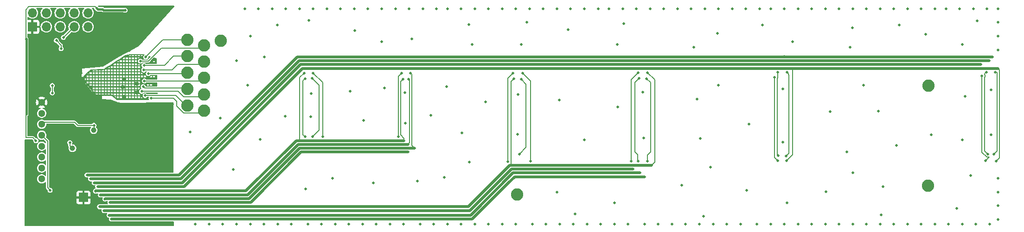
<source format=gbl>
G04 #@! TF.GenerationSoftware,KiCad,Pcbnew,7.0.1*
G04 #@! TF.CreationDate,2023-10-11T19:04:08-05:00*
G04 #@! TF.ProjectId,FLED_Board,464c4544-5f42-46f6-9172-642e6b696361,1*
G04 #@! TF.SameCoordinates,Original*
G04 #@! TF.FileFunction,Copper,L6,Bot*
G04 #@! TF.FilePolarity,Positive*
%FSLAX46Y46*%
G04 Gerber Fmt 4.6, Leading zero omitted, Abs format (unit mm)*
G04 Created by KiCad (PCBNEW 7.0.1) date 2023-10-11 19:04:08*
%MOMM*%
%LPD*%
G01*
G04 APERTURE LIST*
G04 #@! TA.AperFunction,ComponentPad*
%ADD10C,2.250000*%
G04 #@! TD*
G04 #@! TA.AperFunction,ComponentPad*
%ADD11C,0.500000*%
G04 #@! TD*
G04 #@! TA.AperFunction,SMDPad,CuDef*
%ADD12R,1.700000X1.700000*%
G04 #@! TD*
G04 #@! TA.AperFunction,ComponentPad*
%ADD13R,1.700000X1.700000*%
G04 #@! TD*
G04 #@! TA.AperFunction,ComponentPad*
%ADD14O,1.700000X1.700000*%
G04 #@! TD*
G04 #@! TA.AperFunction,SMDPad,CuDef*
%ADD15C,1.000000*%
G04 #@! TD*
G04 #@! TA.AperFunction,ComponentPad*
%ADD16C,1.300000*%
G04 #@! TD*
G04 #@! TA.AperFunction,ViaPad*
%ADD17C,0.500000*%
G04 #@! TD*
G04 #@! TA.AperFunction,Conductor*
%ADD18C,0.130000*%
G04 #@! TD*
G04 #@! TA.AperFunction,Conductor*
%ADD19C,0.200000*%
G04 #@! TD*
G04 #@! TA.AperFunction,Conductor*
%ADD20C,0.400000*%
G04 #@! TD*
G04 #@! TA.AperFunction,Conductor*
%ADD21C,0.500000*%
G04 #@! TD*
G04 APERTURE END LIST*
D10*
X156750000Y-26715600D03*
X153650000Y-36515600D03*
X153650000Y-30515600D03*
D11*
X131131800Y-54819400D03*
X131131800Y-55886200D03*
D12*
X131680600Y-55356200D03*
D11*
X132198600Y-54819400D03*
X132198600Y-55886200D03*
D10*
X153650000Y-27515600D03*
X285817200Y-53205000D03*
X153650000Y-33515600D03*
X210817200Y-54805000D03*
X150650000Y-32515600D03*
D13*
X122346000Y-24156000D03*
D14*
X122346000Y-21616000D03*
X124886000Y-24156000D03*
X124886000Y-21616000D03*
X127426000Y-24156000D03*
X127426000Y-21616000D03*
X129966000Y-24156000D03*
X129966000Y-21616000D03*
X132506000Y-24156000D03*
X132506000Y-21616000D03*
D10*
X285917200Y-34905000D03*
X150650000Y-26515600D03*
X153650000Y-39515600D03*
X150617400Y-35515600D03*
X150650000Y-29515600D03*
X150650000Y-38515600D03*
D15*
X133533200Y-43053600D03*
D16*
X124037200Y-51969200D03*
X124037200Y-49969200D03*
X124037200Y-47969200D03*
X124037200Y-45969200D03*
X124037200Y-43969200D03*
X124037200Y-41969200D03*
X124037200Y-39969200D03*
X124037200Y-37969200D03*
D15*
X129661200Y-46355600D03*
D17*
X125989400Y-34884400D03*
X126726000Y-26654800D03*
X125989400Y-36230600D03*
X127589600Y-28153400D03*
X122992200Y-44968200D03*
X139273600Y-21117600D03*
X125583000Y-54036000D03*
X128021400Y-26096000D03*
X209267200Y-52705000D03*
X234667200Y-48755500D03*
X210117200Y-32605000D03*
X234117200Y-51605000D03*
X210617200Y-51605000D03*
X209167200Y-48805000D03*
X136767200Y-59305000D03*
X234467200Y-33605000D03*
X213267200Y-48755500D03*
X233117200Y-33555000D03*
X211817200Y-32655000D03*
X232906007Y-48743807D03*
X210102700Y-50858743D03*
X233267200Y-50855000D03*
X213267200Y-50855000D03*
X136367200Y-58605000D03*
X135417200Y-57755000D03*
X231967200Y-50155000D03*
X212017200Y-50155000D03*
X211567200Y-33755000D03*
X232967200Y-32555000D03*
X231667200Y-48705000D03*
X211267200Y-47405000D03*
X210267200Y-33605000D03*
X234667200Y-32555000D03*
X211417200Y-49455000D03*
X134617200Y-57055000D03*
X235417200Y-49455000D03*
X189552700Y-47054500D03*
X175367200Y-47055000D03*
X189767200Y-32605000D03*
X173617200Y-32605000D03*
X136517200Y-56255000D03*
X175367200Y-44255500D03*
X189167200Y-44255500D03*
X190917200Y-47055000D03*
X172467200Y-47055000D03*
X173167200Y-46355000D03*
X173467200Y-44255500D03*
X192117200Y-46355000D03*
X173442200Y-33580000D03*
X191367200Y-32605000D03*
X135592200Y-55630000D03*
X191067700Y-33705000D03*
X188517200Y-45655000D03*
X172167200Y-44255500D03*
X134767200Y-54905000D03*
X174417200Y-45655000D03*
X172467200Y-45654500D03*
X172117200Y-33605000D03*
X190017200Y-33705000D03*
X190167200Y-44955000D03*
X133867200Y-54205000D03*
X171167200Y-44955000D03*
X171967200Y-32605000D03*
X260017200Y-48655000D03*
X298617200Y-31755000D03*
X261117200Y-31755000D03*
X134267200Y-53355000D03*
X298267200Y-48705000D03*
X295467200Y-31055000D03*
X133617200Y-52655000D03*
X258417200Y-48605000D03*
X296367200Y-48655000D03*
X295717200Y-33105000D03*
X256967200Y-31055000D03*
X257817200Y-33355000D03*
X258917200Y-30355000D03*
X258517200Y-47705000D03*
X297017200Y-30355000D03*
X258417200Y-32454500D03*
X296817200Y-47455000D03*
X296517200Y-32454500D03*
X132967200Y-51955000D03*
X259967200Y-47755000D03*
X298117200Y-32454500D03*
X259617200Y-29605000D03*
X132317200Y-51255000D03*
X297867200Y-47455000D03*
X297667200Y-29655000D03*
X260090087Y-32454500D03*
X144023400Y-37195800D03*
X142931200Y-36729400D03*
X142317200Y-35960600D03*
X142575600Y-35103800D03*
X142778800Y-34046200D03*
X133584000Y-42174200D03*
X143058200Y-29652000D03*
X142067600Y-30414400D03*
X142728000Y-31180000D03*
X142676800Y-32065400D03*
X143515400Y-32700400D03*
X213117200Y-20844500D03*
X292117200Y-27355000D03*
X191617200Y-26355000D03*
X139667200Y-49205000D03*
X167117200Y-60244500D03*
X236617200Y-60255000D03*
X244117200Y-60255000D03*
X164699000Y-29652000D03*
X212617200Y-23355000D03*
X136617200Y-41455000D03*
X280117200Y-45855000D03*
X221417200Y-58355000D03*
X242617200Y-20844500D03*
X259367200Y-35505000D03*
X157117200Y-60244500D03*
X185117200Y-60255000D03*
X134523800Y-25816600D03*
X284617200Y-60255000D03*
X126192600Y-22971800D03*
X144582200Y-30058400D03*
X255617200Y-23855000D03*
X240117200Y-20855000D03*
X253166326Y-41940839D03*
X221117200Y-60255000D03*
X220617200Y-20855000D03*
X269617200Y-60244500D03*
X193117200Y-60255000D03*
X123601800Y-33004800D03*
X147917200Y-38305000D03*
X147367200Y-60255000D03*
X143167200Y-22055000D03*
X191117200Y-20855000D03*
X293617200Y-51355000D03*
X129621600Y-42352000D03*
X208117200Y-60244500D03*
X296617200Y-20855000D03*
X246617200Y-60255000D03*
X175117200Y-60255000D03*
X128758000Y-60081200D03*
X182817200Y-41305000D03*
X291117200Y-57355000D03*
X129164400Y-58557200D03*
X203117200Y-20844500D03*
X147417200Y-20555000D03*
X190417200Y-41755000D03*
X141517200Y-41055000D03*
X184617200Y-52655000D03*
X125684600Y-57287200D03*
X163911600Y-44714200D03*
X147579400Y-49667200D03*
X216117200Y-60255000D03*
X122865200Y-49006800D03*
X198117200Y-20855000D03*
X210967200Y-43805000D03*
X154617200Y-60255000D03*
X268000800Y-39659600D03*
X180117200Y-60255000D03*
X121239600Y-49743400D03*
X259617200Y-60244500D03*
X135971600Y-27061200D03*
X121214200Y-47787600D03*
X218517200Y-37555000D03*
X244267200Y-44555000D03*
X147528600Y-46238200D03*
X205117200Y-37855000D03*
X129723200Y-49946600D03*
X143167200Y-20555000D03*
X126395800Y-60055800D03*
X257117200Y-60255000D03*
X140067200Y-44455000D03*
X277117200Y-60255000D03*
X159617200Y-60255000D03*
X252617200Y-20844500D03*
X255117200Y-20855000D03*
X245117200Y-20855000D03*
X210617200Y-60255000D03*
X220117200Y-24655000D03*
X146267200Y-38405000D03*
X132999800Y-35265400D03*
X197967200Y-35055000D03*
X298606699Y-23355000D03*
X289617200Y-60244500D03*
X164617200Y-60255000D03*
X166117200Y-20855000D03*
X168467200Y-40505000D03*
X267117200Y-60255000D03*
X131272600Y-47609800D03*
X277317200Y-58505000D03*
X228617200Y-56355000D03*
X131450400Y-35214600D03*
X122052400Y-30566400D03*
X232617200Y-20844500D03*
X259317200Y-45255000D03*
X171117200Y-20855000D03*
X274617200Y-60255000D03*
X190367200Y-36205000D03*
X162117200Y-60255000D03*
X292117200Y-60255000D03*
X233917200Y-44505000D03*
X130713800Y-60081200D03*
X135743000Y-22057400D03*
X208117200Y-20855000D03*
X234117200Y-60255000D03*
X123957400Y-60081200D03*
X298617200Y-25855000D03*
X241617200Y-60255000D03*
X121417400Y-55610800D03*
X196117200Y-20855000D03*
X205617200Y-60255000D03*
X173267200Y-36355000D03*
X181117200Y-20855000D03*
X172617200Y-60255000D03*
X254617200Y-60255000D03*
X122738200Y-35900400D03*
X146067200Y-22155000D03*
X251617200Y-60255000D03*
X131475800Y-36764000D03*
X291617200Y-20855000D03*
X294797800Y-23022600D03*
X141417200Y-34555000D03*
X226117200Y-60255000D03*
X262117200Y-20855000D03*
X298617200Y-51855000D03*
X297367200Y-43905000D03*
X246117200Y-49855000D03*
X136428800Y-38389600D03*
X161117200Y-20855000D03*
X292617200Y-36855000D03*
X202617200Y-27355000D03*
X298617200Y-59355000D03*
X211617200Y-27355000D03*
X195117200Y-40355000D03*
X121214200Y-46466800D03*
X257117200Y-20855000D03*
X134168200Y-22895600D03*
X139117200Y-36976900D03*
X123500200Y-28788400D03*
X132117200Y-41455000D03*
X127234000Y-36611600D03*
X135617200Y-60255000D03*
X182617200Y-60255000D03*
X133101400Y-36814800D03*
X228617200Y-60244500D03*
X264617200Y-20844500D03*
X172827000Y-22946400D03*
X264617200Y-60255000D03*
X252760800Y-54010600D03*
X239117200Y-60244500D03*
X279617200Y-20855000D03*
X202037000Y-23708400D03*
X262117200Y-60255000D03*
X127132400Y-54086800D03*
X282117200Y-20855000D03*
X272067200Y-24355000D03*
X223617200Y-60255000D03*
X200617200Y-60255000D03*
X139517200Y-60255000D03*
X294617200Y-60255000D03*
X211017200Y-36505000D03*
X123525600Y-56449000D03*
X223117200Y-20844500D03*
X276767200Y-39605000D03*
X173167200Y-40555000D03*
X121620600Y-57769800D03*
X167086600Y-23860800D03*
X168617200Y-20855000D03*
X183617200Y-20844500D03*
X200617200Y-20855000D03*
X130817200Y-51055000D03*
X135057200Y-31176000D03*
X134066600Y-47152600D03*
X140767200Y-20655000D03*
X225617200Y-20855000D03*
X198117200Y-60244500D03*
X124059000Y-53629600D03*
X205617200Y-20855000D03*
X186117200Y-26855000D03*
X247617200Y-34855000D03*
X123601800Y-58430200D03*
X195617200Y-60255000D03*
X173617200Y-20844500D03*
X218117200Y-20855000D03*
X215617200Y-20855000D03*
X229217200Y-38805000D03*
X144667200Y-48955000D03*
X156617200Y-40855000D03*
X231117200Y-60255000D03*
X125862400Y-38592800D03*
X250117200Y-20855000D03*
X280617200Y-23855000D03*
X287117200Y-60255000D03*
X237617200Y-20855000D03*
X274117200Y-34855000D03*
X298617200Y-20855000D03*
X210617200Y-20855000D03*
X272117200Y-20855000D03*
X286466600Y-43901400D03*
X121849200Y-60081200D03*
X277617200Y-53355000D03*
X180367200Y-35905000D03*
X298617200Y-28355000D03*
X152117200Y-60255000D03*
X247617200Y-20855000D03*
X197524597Y-51721144D03*
X188617200Y-20855000D03*
X125735400Y-30464800D03*
X124795600Y-33868400D03*
X147655600Y-40599400D03*
X271617200Y-27855000D03*
X243667200Y-37355000D03*
X125202000Y-27442200D03*
X140061000Y-28483600D03*
X176117200Y-20855000D03*
X129443800Y-29055000D03*
X298617200Y-56855000D03*
X240873600Y-53121600D03*
X137597200Y-29677400D03*
X223117200Y-44805000D03*
X127970600Y-57261800D03*
X213617200Y-60255000D03*
X218117200Y-54355000D03*
X144633000Y-34833600D03*
X144817200Y-45855000D03*
X144067200Y-38305000D03*
X202117200Y-48855000D03*
X271070445Y-46988674D03*
X279617200Y-60244500D03*
X151117200Y-43355000D03*
X249117200Y-60244500D03*
X267117200Y-20855000D03*
X243117200Y-27855000D03*
X192617200Y-52355000D03*
X141717200Y-38355000D03*
X233817200Y-36105000D03*
X227617200Y-20855000D03*
X287117200Y-20855000D03*
X161617200Y-34855000D03*
X146817200Y-42605000D03*
X274617200Y-20844500D03*
X135417200Y-41455000D03*
X230332600Y-23530600D03*
X272117200Y-60255000D03*
X139117200Y-33755000D03*
X230117200Y-20855000D03*
X267188000Y-54264600D03*
X132593400Y-27442200D03*
X121239600Y-52969200D03*
X186617200Y-35355000D03*
X141417200Y-36155000D03*
X190117200Y-60255000D03*
X297117200Y-60255000D03*
X141356400Y-27670800D03*
X131272600Y-32649200D03*
X187617200Y-60244500D03*
X143617200Y-60305000D03*
X294117200Y-20844500D03*
X218617200Y-60244500D03*
X289117200Y-20855000D03*
X131577400Y-44231600D03*
X134317200Y-41455000D03*
X139767200Y-38355000D03*
X133117200Y-41455000D03*
X282117200Y-60255000D03*
X272117200Y-50855000D03*
X172217200Y-53755000D03*
X132796600Y-60055800D03*
X235117200Y-20855000D03*
X177617200Y-60244500D03*
X181167200Y-24805000D03*
X244917200Y-58805000D03*
X285399800Y-25486400D03*
X143617200Y-24855000D03*
X127284800Y-46441400D03*
X277117200Y-20855000D03*
X159617200Y-30355000D03*
X284617200Y-20844500D03*
X162117200Y-25855000D03*
X128021400Y-48498800D03*
X121265000Y-51648400D03*
X269617200Y-20855000D03*
X297367200Y-35655000D03*
X259617200Y-20855000D03*
X261117200Y-26855000D03*
X178617200Y-20855000D03*
X138817200Y-35155000D03*
X203117200Y-60255000D03*
X298606699Y-54355000D03*
X186117200Y-20855000D03*
X169617200Y-60255000D03*
X229117200Y-27355000D03*
X260117200Y-56355000D03*
X247401400Y-25359400D03*
X159067200Y-50255000D03*
X138181400Y-38186400D03*
X177117200Y-51855000D03*
X128275400Y-40548600D03*
X163617200Y-20844500D03*
X193617200Y-20844500D03*
X122865200Y-26985000D03*
X200767200Y-43555000D03*
X126954600Y-33309600D03*
X292117200Y-44855000D03*
X129189800Y-45323800D03*
D18*
X125989400Y-36230600D02*
X125989400Y-34884400D01*
D19*
X127589600Y-27518400D02*
X126726000Y-26654800D01*
X127589600Y-28153400D02*
X127589600Y-27518400D01*
D20*
X135184200Y-20939800D02*
X134295200Y-20939800D01*
D19*
X121163400Y-40142200D02*
X121239600Y-40066000D01*
X121151200Y-26312400D02*
X121151200Y-21126058D01*
D20*
X139248200Y-21092200D02*
X135336600Y-21092200D01*
X121239600Y-26400800D02*
X121163400Y-26324600D01*
D18*
X121724800Y-20454600D02*
X133660200Y-20454600D01*
D20*
X139273600Y-21117600D02*
X139248200Y-21092200D01*
D19*
X121163400Y-44434800D02*
X121163400Y-40142200D01*
D18*
X133810000Y-20454600D02*
X133660200Y-20454600D01*
X122992200Y-44968200D02*
X122458800Y-44434800D01*
D20*
X134295200Y-20939800D02*
X134015800Y-20660400D01*
X121239600Y-40066000D02*
X121239600Y-26400800D01*
D18*
X122458800Y-44434800D02*
X121163400Y-44434800D01*
D19*
X121163400Y-26324600D02*
X121151200Y-26312400D01*
D18*
X121151200Y-21126058D02*
X121151200Y-21028200D01*
X121151200Y-21028200D02*
X121724800Y-20454600D01*
X134015800Y-20660400D02*
X133810000Y-20454600D01*
D20*
X135336600Y-21092200D02*
X135184200Y-20939800D01*
D19*
X125583000Y-54036000D02*
X125125800Y-53578800D01*
X125125800Y-53578800D02*
X125125800Y-45057800D01*
X125125800Y-45057800D02*
X124037200Y-43969200D01*
X128046800Y-26096000D02*
X129977200Y-24165600D01*
X128021400Y-26096000D02*
X128046800Y-26096000D01*
D21*
X202667200Y-59305000D02*
X209267200Y-52705000D01*
D18*
X234467200Y-33605000D02*
X235217200Y-34355000D01*
X234667200Y-47605000D02*
X234667200Y-48755500D01*
D21*
X234067200Y-51555000D02*
X234117200Y-51605000D01*
X210417200Y-51555000D02*
X234067200Y-51555000D01*
D18*
X235217200Y-34355000D02*
X235217200Y-47055000D01*
X235217200Y-47055000D02*
X234667200Y-47605000D01*
D21*
X209267200Y-52705000D02*
X210417200Y-51555000D01*
X136767200Y-59305000D02*
X202667200Y-59305000D01*
D18*
X210117200Y-32605000D02*
X209167200Y-33555000D01*
X209167200Y-33555000D02*
X209167200Y-48805000D01*
X213267200Y-34105000D02*
X213267200Y-48755500D01*
X233117200Y-33555000D02*
X232367200Y-34305000D01*
X232867200Y-47555000D02*
X232867200Y-48705000D01*
X232867200Y-48705000D02*
X232906007Y-48743807D01*
X232367200Y-47055000D02*
X232867200Y-47555000D01*
D21*
X210107150Y-50855000D02*
X233267200Y-50855000D01*
D18*
X232367200Y-34305000D02*
X232367200Y-47055000D01*
X211817200Y-32655000D02*
X213267200Y-34105000D01*
D21*
X202357150Y-58605000D02*
X210107150Y-50855000D01*
X136367200Y-58605000D02*
X202357150Y-58605000D01*
D18*
X212467200Y-34655000D02*
X212467200Y-46205000D01*
X212467200Y-46205000D02*
X211267200Y-47405000D01*
D21*
X135417200Y-57755000D02*
X202217200Y-57755000D01*
X202217200Y-57755000D02*
X209817200Y-50155000D01*
X209817200Y-50155000D02*
X231967200Y-50155000D01*
D18*
X231667200Y-33855000D02*
X231667200Y-48705000D01*
X232967200Y-32555000D02*
X231667200Y-33855000D01*
X211567200Y-33755000D02*
X212467200Y-34655000D01*
D21*
X209767200Y-49455000D02*
X235417200Y-49455000D01*
D18*
X209717200Y-47705000D02*
X209767200Y-47755000D01*
X234667200Y-32555000D02*
X235967200Y-33855000D01*
X235967200Y-48905000D02*
X235417200Y-49455000D01*
X235967200Y-33855000D02*
X235967200Y-48905000D01*
X209717200Y-34155000D02*
X209717200Y-47705000D01*
X209767200Y-47755000D02*
X209767200Y-49455000D01*
X210267200Y-33605000D02*
X209717200Y-34155000D01*
D21*
X201917200Y-57055000D02*
X209517200Y-49455000D01*
X209517200Y-49455000D02*
X209767200Y-49455000D01*
X134617200Y-57055000D02*
X201917200Y-57055000D01*
D18*
X189167200Y-33205000D02*
X189167200Y-44255500D01*
D21*
X171417200Y-47055000D02*
X190917200Y-47055000D01*
X136517200Y-56255000D02*
X162217200Y-56255000D01*
D18*
X175367200Y-34355000D02*
X175367200Y-44255500D01*
X189767200Y-32605000D02*
X189167200Y-33205000D01*
X173617200Y-32605000D02*
X175367200Y-34355000D01*
D21*
X162217200Y-56255000D02*
X171417200Y-47055000D01*
D18*
X191582200Y-32820000D02*
X191582200Y-45820000D01*
X174667200Y-43055500D02*
X173467200Y-44255500D01*
X191367200Y-32605000D02*
X191582200Y-32820000D01*
D21*
X135592200Y-55630000D02*
X135667200Y-55555000D01*
D18*
X191582200Y-45820000D02*
X192217200Y-46455000D01*
D21*
X161927250Y-55555000D02*
X171127251Y-46355000D01*
X135667200Y-55555000D02*
X161927250Y-55555000D01*
X171127251Y-46355000D02*
X192117200Y-46355000D01*
D18*
X174667200Y-34805000D02*
X174667200Y-43055500D01*
X173442200Y-33580000D02*
X174667200Y-34805000D01*
X172117200Y-33605000D02*
X171767200Y-33955000D01*
X171767200Y-43855500D02*
X172167200Y-44255500D01*
D21*
X170837302Y-45655000D02*
X190917200Y-45655000D01*
D18*
X191217200Y-33854500D02*
X191217200Y-45355000D01*
X191217200Y-45355000D02*
X190917200Y-45655000D01*
D21*
X161637300Y-54855000D02*
X170837302Y-45655000D01*
X134767200Y-54905000D02*
X134817200Y-54855000D01*
X134817200Y-54855000D02*
X161637300Y-54855000D01*
D18*
X171767200Y-33955000D02*
X171767200Y-43855500D01*
X191067700Y-33705000D02*
X191217200Y-33854500D01*
X171967200Y-32605000D02*
X171167200Y-33405000D01*
X190167200Y-44527180D02*
X190167200Y-44955000D01*
D21*
X161347350Y-54155000D02*
X170547353Y-44955000D01*
X133917200Y-54155000D02*
X161347350Y-54155000D01*
D18*
X171167200Y-33405000D02*
X171167200Y-44955000D01*
X189567200Y-34155000D02*
X189567200Y-43927180D01*
X189567200Y-43927180D02*
X190167200Y-44527180D01*
X190017200Y-33705000D02*
X189567200Y-34155000D01*
D21*
X133867200Y-54205000D02*
X133917200Y-54155000D01*
X170547353Y-44955000D02*
X190167200Y-44955000D01*
D18*
X261117200Y-47555000D02*
X261117200Y-31755000D01*
D21*
X171617200Y-31755000D02*
X150017200Y-53355000D01*
D18*
X298267200Y-48705000D02*
X298867200Y-48105000D01*
D21*
X298617200Y-31755000D02*
X171617200Y-31755000D01*
D18*
X260017200Y-48655000D02*
X261117200Y-47555000D01*
X298867200Y-32055000D02*
X298617200Y-31805000D01*
X298867200Y-48105000D02*
X298867200Y-32055000D01*
D21*
X150017200Y-53355000D02*
X134267200Y-53355000D01*
D18*
X298617200Y-31805000D02*
X298617200Y-31755000D01*
X257817200Y-48005000D02*
X257817200Y-33355000D01*
D21*
X171327250Y-31055000D02*
X295467200Y-31055000D01*
X133617200Y-52655000D02*
X149727250Y-52655000D01*
D18*
X296603880Y-47970000D02*
X295717200Y-47083320D01*
X295717200Y-47083320D02*
X295717200Y-33105000D01*
X258417200Y-48605000D02*
X257817200Y-48005000D01*
X297052200Y-47970000D02*
X296603880Y-47970000D01*
X296367200Y-48655000D02*
X297052200Y-47970000D01*
D21*
X149727250Y-52655000D02*
X171327250Y-31055000D01*
D18*
X296217200Y-32876680D02*
X296232200Y-32891680D01*
X258317200Y-47505000D02*
X258317200Y-33583320D01*
D21*
X149437300Y-51955000D02*
X171037301Y-30355000D01*
D18*
X296232200Y-32891680D02*
X296232200Y-33318320D01*
D21*
X132967200Y-51955000D02*
X149437300Y-51955000D01*
D18*
X258517200Y-47705000D02*
X258317200Y-47505000D01*
X296217200Y-33333320D02*
X296217200Y-46855000D01*
X296217200Y-46855000D02*
X296817200Y-47455000D01*
D21*
X171037301Y-30355000D02*
X297017200Y-30355000D01*
D18*
X258317200Y-33583320D02*
X258417200Y-33483320D01*
X296217200Y-32754500D02*
X296217200Y-32876680D01*
X296232200Y-33318320D02*
X296217200Y-33333320D01*
X296517200Y-32454500D02*
X296217200Y-32754500D01*
X258417200Y-33483320D02*
X258417200Y-32454500D01*
X298467200Y-46855000D02*
X297867200Y-47455000D01*
X260467200Y-32983320D02*
X260377200Y-32893320D01*
X260377200Y-32893320D02*
X260377200Y-32741613D01*
X298117200Y-32454500D02*
X298117700Y-32455000D01*
X260377200Y-32741613D02*
X260090087Y-32454500D01*
D21*
X149147350Y-51255000D02*
X170747352Y-29655000D01*
D18*
X259967200Y-47755000D02*
X260467200Y-47255000D01*
D21*
X132317200Y-51255000D02*
X149147350Y-51255000D01*
D18*
X298117700Y-32455000D02*
X298467200Y-32455000D01*
X298467200Y-32455000D02*
X298467200Y-46855000D01*
D21*
X170747352Y-29655000D02*
X297667200Y-29655000D01*
D18*
X260467200Y-47255000D02*
X260467200Y-32983320D01*
X153230600Y-39935000D02*
X153650000Y-39515600D01*
X148667200Y-37785000D02*
X148667200Y-38635000D01*
X148078000Y-37195800D02*
X148667200Y-37785000D01*
X144023400Y-37195800D02*
X148078000Y-37195800D01*
X148667200Y-38635000D02*
X149967200Y-39935000D01*
X149967200Y-39935000D02*
X153230600Y-39935000D01*
X150377800Y-38515600D02*
X150650000Y-38515600D01*
X142931200Y-36729400D02*
X142979800Y-36680800D01*
X148543000Y-36680800D02*
X150377800Y-38515600D01*
X142979800Y-36680800D02*
X148543000Y-36680800D01*
X153190600Y-36975000D02*
X153650000Y-36515600D01*
X148962800Y-35960600D02*
X149977200Y-36975000D01*
X149977200Y-36975000D02*
X153190600Y-36975000D01*
X142317200Y-35960600D02*
X148962800Y-35960600D01*
X142820400Y-35348600D02*
X150450400Y-35348600D01*
X150450400Y-35348600D02*
X150617400Y-35515600D01*
X142575600Y-35103800D02*
X142820400Y-35348600D01*
X142778800Y-34046200D02*
X153119400Y-34046200D01*
X153119400Y-34046200D02*
X153650000Y-33515600D01*
X130637600Y-42174200D02*
X130028000Y-41564600D01*
X130028000Y-41564600D02*
X124441800Y-41564600D01*
X133584000Y-42174200D02*
X133584000Y-43002800D01*
X124441800Y-41564600D02*
X124037200Y-41969200D01*
X133533200Y-43053600D02*
X133533200Y-43266400D01*
X133584000Y-43002800D02*
X133533200Y-43053600D01*
X133584000Y-42174200D02*
X130637600Y-42174200D01*
X143058200Y-29652000D02*
X146194600Y-26515600D01*
X146194600Y-26515600D02*
X150650000Y-26515600D01*
X143497880Y-30414400D02*
X145897280Y-28015000D01*
X142067600Y-30414400D02*
X143497880Y-30414400D01*
X153150600Y-28015000D02*
X153650000Y-27515600D01*
X145897280Y-28015000D02*
X153150600Y-28015000D01*
X148126600Y-29515600D02*
X150650000Y-29515600D01*
X142728000Y-31180000D02*
X146462200Y-31180000D01*
X146462200Y-31180000D02*
X148126600Y-29515600D01*
X153130600Y-31035000D02*
X153650000Y-30515600D01*
X148897200Y-31035000D02*
X153130600Y-31035000D01*
X142676800Y-32065400D02*
X147866800Y-32065400D01*
X147866800Y-32065400D02*
X148897200Y-31035000D01*
X143530800Y-32685000D02*
X150480600Y-32685000D01*
X150480600Y-32685000D02*
X150650000Y-32515600D01*
X143515400Y-32700400D02*
X143530800Y-32685000D01*
X129189800Y-45884200D02*
X129661200Y-46355600D01*
X129189800Y-45323800D02*
X129189800Y-45884200D01*
G04 #@! TA.AperFunction,Conductor*
G36*
X148242945Y-20312363D02*
G01*
X148270247Y-20344148D01*
X148275911Y-20385665D01*
X148258120Y-20423602D01*
X141771864Y-27736779D01*
X141750685Y-27753309D01*
X138105195Y-29652002D01*
X135199481Y-31471232D01*
X135166233Y-31482266D01*
X131450400Y-31785600D01*
X131374199Y-33309599D01*
X131374200Y-33309599D01*
X131374200Y-33309600D01*
X131717200Y-33319062D01*
X131717200Y-34055000D01*
X133917200Y-36755000D01*
X135057200Y-36755000D01*
X135057200Y-37399000D01*
X136669905Y-37474595D01*
X136694730Y-37480136D01*
X138156000Y-38084800D01*
X148042397Y-37955974D01*
X148079755Y-37965537D01*
X148107231Y-37992599D01*
X148117359Y-38029810D01*
X148144439Y-50730342D01*
X148134577Y-50767409D01*
X148107485Y-50794560D01*
X148070439Y-50804500D01*
X132252428Y-50804500D01*
X132224547Y-50812685D01*
X132214735Y-50814854D01*
X132182911Y-50819651D01*
X132160382Y-50830501D01*
X132149125Y-50834831D01*
X132128130Y-50840995D01*
X132100669Y-50858643D01*
X132092773Y-50863060D01*
X132060557Y-50878575D01*
X132044860Y-50893139D01*
X132034545Y-50901138D01*
X132019151Y-50911033D01*
X132019148Y-50911035D01*
X131995436Y-50938400D01*
X131989846Y-50944183D01*
X131961006Y-50970943D01*
X131952091Y-50986383D01*
X131943937Y-50997833D01*
X131934319Y-51008934D01*
X131917788Y-51045129D01*
X131914563Y-51051384D01*
X131893102Y-51088556D01*
X131889939Y-51102417D01*
X131885108Y-51116688D01*
X131880503Y-51126771D01*
X131874331Y-51169696D01*
X131873229Y-51175629D01*
X131862884Y-51220955D01*
X131863677Y-51231540D01*
X131863132Y-51247588D01*
X131862067Y-51255000D01*
X131868745Y-51301461D01*
X131869291Y-51306456D01*
X131873034Y-51356378D01*
X131875590Y-51362891D01*
X131879951Y-51379390D01*
X131880502Y-51383226D01*
X131901483Y-51429169D01*
X131903054Y-51432872D01*
X131922646Y-51482792D01*
X131924758Y-51485440D01*
X131934213Y-51500834D01*
X131934316Y-51501060D01*
X131934317Y-51501061D01*
X131934318Y-51501063D01*
X131969744Y-51541947D01*
X131971653Y-51544245D01*
X132007435Y-51589114D01*
X132016808Y-51597461D01*
X132067639Y-51630128D01*
X132069318Y-51631240D01*
X132122114Y-51667237D01*
X132128130Y-51669003D01*
X132128131Y-51669004D01*
X132186886Y-51686255D01*
X132187794Y-51686529D01*
X132249298Y-51705500D01*
X132252428Y-51705500D01*
X132469267Y-51705500D01*
X132510953Y-51718358D01*
X132538152Y-51752465D01*
X132541412Y-51795967D01*
X132539940Y-51802416D01*
X132535108Y-51816688D01*
X132530503Y-51826771D01*
X132524331Y-51869696D01*
X132523229Y-51875629D01*
X132512884Y-51920955D01*
X132513677Y-51931540D01*
X132513132Y-51947588D01*
X132512067Y-51955000D01*
X132518745Y-52001461D01*
X132519291Y-52006456D01*
X132523034Y-52056378D01*
X132525590Y-52062891D01*
X132529951Y-52079390D01*
X132530502Y-52083226D01*
X132551483Y-52129169D01*
X132553054Y-52132872D01*
X132572646Y-52182792D01*
X132574758Y-52185440D01*
X132584213Y-52200834D01*
X132584316Y-52201060D01*
X132584317Y-52201061D01*
X132584318Y-52201063D01*
X132619744Y-52241947D01*
X132621653Y-52244245D01*
X132657435Y-52289114D01*
X132666808Y-52297461D01*
X132717639Y-52330128D01*
X132719318Y-52331240D01*
X132772114Y-52367237D01*
X132778130Y-52369003D01*
X132778131Y-52369004D01*
X132836886Y-52386255D01*
X132837794Y-52386529D01*
X132899298Y-52405500D01*
X132902428Y-52405500D01*
X133119267Y-52405500D01*
X133160953Y-52418358D01*
X133188152Y-52452465D01*
X133191412Y-52495967D01*
X133189940Y-52502416D01*
X133185108Y-52516688D01*
X133180503Y-52526771D01*
X133174331Y-52569696D01*
X133173229Y-52575629D01*
X133162884Y-52620955D01*
X133163677Y-52631540D01*
X133163132Y-52647588D01*
X133162067Y-52655000D01*
X133168745Y-52701461D01*
X133169291Y-52706456D01*
X133173034Y-52756378D01*
X133175590Y-52762891D01*
X133179951Y-52779390D01*
X133180502Y-52783226D01*
X133201483Y-52829169D01*
X133203054Y-52832872D01*
X133222646Y-52882792D01*
X133224758Y-52885440D01*
X133234213Y-52900834D01*
X133234316Y-52901060D01*
X133234317Y-52901061D01*
X133234318Y-52901063D01*
X133269744Y-52941947D01*
X133271653Y-52944245D01*
X133307435Y-52989114D01*
X133316808Y-52997461D01*
X133367639Y-53030128D01*
X133369318Y-53031240D01*
X133422114Y-53067237D01*
X133428130Y-53069003D01*
X133428131Y-53069004D01*
X133486886Y-53086255D01*
X133487794Y-53086529D01*
X133549298Y-53105500D01*
X133552428Y-53105500D01*
X133769267Y-53105500D01*
X133810953Y-53118358D01*
X133838152Y-53152465D01*
X133841412Y-53195967D01*
X133839940Y-53202416D01*
X133835108Y-53216688D01*
X133830503Y-53226771D01*
X133824331Y-53269696D01*
X133823229Y-53275629D01*
X133812884Y-53320955D01*
X133813677Y-53331540D01*
X133813132Y-53347588D01*
X133812067Y-53355000D01*
X133818745Y-53401461D01*
X133819291Y-53406456D01*
X133823034Y-53456378D01*
X133825590Y-53462891D01*
X133829951Y-53479390D01*
X133830502Y-53483226D01*
X133851483Y-53529169D01*
X133853054Y-53532872D01*
X133872646Y-53582792D01*
X133874758Y-53585440D01*
X133884215Y-53600838D01*
X133887682Y-53608430D01*
X133893063Y-53653010D01*
X133871677Y-53692494D01*
X133831400Y-53712343D01*
X133782030Y-53719785D01*
X133767509Y-53724563D01*
X133715339Y-53752135D01*
X133712871Y-53753381D01*
X133659756Y-53778961D01*
X133647288Y-53787808D01*
X133605578Y-53829517D01*
X133603588Y-53831434D01*
X133582216Y-53851265D01*
X133571893Y-53859270D01*
X133569151Y-53861031D01*
X133538994Y-53895834D01*
X133535401Y-53899694D01*
X133524773Y-53910323D01*
X133516908Y-53920978D01*
X133513302Y-53925483D01*
X133484317Y-53958936D01*
X133480084Y-53968205D01*
X133472318Y-53981397D01*
X133464406Y-53992118D01*
X133449940Y-54033460D01*
X133447407Y-54039758D01*
X133430502Y-54076776D01*
X133428539Y-54090427D01*
X133425142Y-54104327D01*
X133419553Y-54120300D01*
X133418049Y-54160502D01*
X133417348Y-54168264D01*
X133412066Y-54205001D01*
X133414541Y-54222215D01*
X133415242Y-54235508D01*
X133414475Y-54256008D01*
X133423963Y-54291419D01*
X133425731Y-54300038D01*
X133430503Y-54333228D01*
X133439218Y-54352312D01*
X133443383Y-54363899D01*
X133449622Y-54387186D01*
X133467225Y-54415199D01*
X133471879Y-54423827D01*
X133483834Y-54450003D01*
X133484318Y-54451063D01*
X133500409Y-54469634D01*
X133507140Y-54478722D01*
X133521876Y-54502174D01*
X133544226Y-54521407D01*
X133551885Y-54529040D01*
X133569150Y-54548967D01*
X133592840Y-54564191D01*
X133601102Y-54570354D01*
X133624812Y-54590758D01*
X133642417Y-54598438D01*
X133648549Y-54601114D01*
X133658967Y-54606688D01*
X133675397Y-54617247D01*
X133678131Y-54619004D01*
X133708587Y-54627946D01*
X133717327Y-54631121D01*
X133749284Y-54645065D01*
X133771459Y-54647563D01*
X133784024Y-54650096D01*
X133802427Y-54655500D01*
X133802428Y-54655500D01*
X133837742Y-54655500D01*
X133846026Y-54655965D01*
X133884235Y-54660270D01*
X133902627Y-54656790D01*
X133916384Y-54655500D01*
X133931972Y-54655500D01*
X133969294Y-54644540D01*
X133976375Y-54642835D01*
X134017672Y-54635023D01*
X134025051Y-54631123D01*
X134031038Y-54627959D01*
X134044767Y-54622380D01*
X134056269Y-54619004D01*
X134056271Y-54619003D01*
X134059004Y-54617247D01*
X134099011Y-54605500D01*
X134290423Y-54605500D01*
X134334366Y-54619960D01*
X134361136Y-54657689D01*
X134360270Y-54703942D01*
X134349940Y-54733461D01*
X134347407Y-54739758D01*
X134330502Y-54776776D01*
X134328539Y-54790427D01*
X134325142Y-54804327D01*
X134319553Y-54820300D01*
X134318049Y-54860502D01*
X134317348Y-54868264D01*
X134312066Y-54905001D01*
X134314541Y-54922215D01*
X134315242Y-54935508D01*
X134314475Y-54956008D01*
X134323963Y-54991419D01*
X134325731Y-55000038D01*
X134330503Y-55033228D01*
X134339218Y-55052312D01*
X134343383Y-55063899D01*
X134349622Y-55087186D01*
X134367225Y-55115199D01*
X134371879Y-55123827D01*
X134384317Y-55151062D01*
X134384318Y-55151063D01*
X134400409Y-55169634D01*
X134407140Y-55178722D01*
X134421876Y-55202174D01*
X134444226Y-55221407D01*
X134451885Y-55229040D01*
X134469150Y-55248967D01*
X134492840Y-55264191D01*
X134501102Y-55270354D01*
X134524812Y-55290758D01*
X134542417Y-55298438D01*
X134548549Y-55301114D01*
X134558967Y-55306688D01*
X134575397Y-55317247D01*
X134578131Y-55319004D01*
X134608587Y-55327946D01*
X134617327Y-55331121D01*
X134649284Y-55345065D01*
X134671459Y-55347563D01*
X134684024Y-55350096D01*
X134702427Y-55355500D01*
X134702428Y-55355500D01*
X134737742Y-55355500D01*
X134746026Y-55355965D01*
X134784235Y-55360270D01*
X134802627Y-55356790D01*
X134816384Y-55355500D01*
X134831972Y-55355500D01*
X134869294Y-55344540D01*
X134876375Y-55342835D01*
X134917672Y-55335023D01*
X134925051Y-55331123D01*
X134931038Y-55327959D01*
X134944767Y-55322380D01*
X134956269Y-55319004D01*
X134956271Y-55319003D01*
X134959004Y-55317247D01*
X134999011Y-55305500D01*
X135125199Y-55305500D01*
X135163980Y-55316476D01*
X135191257Y-55346147D01*
X135198938Y-55385713D01*
X135191315Y-55405971D01*
X135193090Y-55406592D01*
X135174940Y-55458460D01*
X135172407Y-55464758D01*
X135155502Y-55501776D01*
X135153539Y-55515427D01*
X135150142Y-55529327D01*
X135144553Y-55545300D01*
X135143049Y-55585502D01*
X135142348Y-55593264D01*
X135137066Y-55630001D01*
X135139541Y-55647215D01*
X135140242Y-55660508D01*
X135139475Y-55681008D01*
X135148963Y-55716419D01*
X135150731Y-55725038D01*
X135155503Y-55758228D01*
X135164218Y-55777312D01*
X135168383Y-55788899D01*
X135174622Y-55812186D01*
X135192225Y-55840199D01*
X135196881Y-55848830D01*
X135209318Y-55876063D01*
X135225409Y-55894634D01*
X135232140Y-55903722D01*
X135246876Y-55927174D01*
X135269226Y-55946407D01*
X135276885Y-55954040D01*
X135294150Y-55973967D01*
X135317840Y-55989191D01*
X135326102Y-55995354D01*
X135349812Y-56015758D01*
X135354651Y-56017869D01*
X135373549Y-56026114D01*
X135383967Y-56031688D01*
X135403129Y-56044003D01*
X135403131Y-56044004D01*
X135433587Y-56052946D01*
X135442327Y-56056121D01*
X135474284Y-56070065D01*
X135496459Y-56072563D01*
X135509024Y-56075096D01*
X135527427Y-56080500D01*
X135527428Y-56080500D01*
X135562742Y-56080500D01*
X135571026Y-56080965D01*
X135609235Y-56085270D01*
X135627627Y-56081790D01*
X135641384Y-56080500D01*
X135656972Y-56080500D01*
X135694294Y-56069540D01*
X135701375Y-56067835D01*
X135742672Y-56060023D01*
X135756039Y-56052957D01*
X135769762Y-56047382D01*
X135781269Y-56044004D01*
X135817010Y-56021033D01*
X135822429Y-56017869D01*
X135829608Y-56014074D01*
X135864184Y-56005500D01*
X136019267Y-56005500D01*
X136060953Y-56018358D01*
X136088152Y-56052465D01*
X136091412Y-56095967D01*
X136089940Y-56102416D01*
X136085108Y-56116688D01*
X136080503Y-56126771D01*
X136074331Y-56169696D01*
X136073229Y-56175629D01*
X136062884Y-56220955D01*
X136063677Y-56231540D01*
X136063132Y-56247588D01*
X136062067Y-56255000D01*
X136068745Y-56301461D01*
X136069291Y-56306456D01*
X136073034Y-56356378D01*
X136075590Y-56362891D01*
X136079951Y-56379390D01*
X136080502Y-56383226D01*
X136101483Y-56429169D01*
X136103054Y-56432872D01*
X136122646Y-56482792D01*
X136123899Y-56484363D01*
X136139577Y-56522216D01*
X136132713Y-56562608D01*
X136105412Y-56593158D01*
X136066042Y-56604500D01*
X134552428Y-56604500D01*
X134524547Y-56612685D01*
X134514735Y-56614854D01*
X134482911Y-56619651D01*
X134460382Y-56630501D01*
X134449125Y-56634831D01*
X134428130Y-56640995D01*
X134400669Y-56658643D01*
X134392773Y-56663060D01*
X134360557Y-56678575D01*
X134344860Y-56693139D01*
X134334545Y-56701138D01*
X134319151Y-56711033D01*
X134319148Y-56711035D01*
X134295436Y-56738400D01*
X134289846Y-56744183D01*
X134261006Y-56770943D01*
X134252091Y-56786383D01*
X134243937Y-56797833D01*
X134234319Y-56808934D01*
X134217788Y-56845129D01*
X134214563Y-56851384D01*
X134193102Y-56888556D01*
X134189939Y-56902417D01*
X134185108Y-56916688D01*
X134180503Y-56926771D01*
X134174331Y-56969696D01*
X134173229Y-56975629D01*
X134162884Y-57020955D01*
X134163677Y-57031540D01*
X134163132Y-57047588D01*
X134162067Y-57055000D01*
X134168745Y-57101461D01*
X134169291Y-57106456D01*
X134173034Y-57156378D01*
X134175590Y-57162891D01*
X134179951Y-57179390D01*
X134180502Y-57183226D01*
X134201483Y-57229169D01*
X134203054Y-57232872D01*
X134222646Y-57282792D01*
X134224758Y-57285440D01*
X134234213Y-57300834D01*
X134234316Y-57301060D01*
X134234317Y-57301061D01*
X134234318Y-57301063D01*
X134269744Y-57341947D01*
X134271653Y-57344245D01*
X134307435Y-57389114D01*
X134316808Y-57397461D01*
X134367639Y-57430128D01*
X134369318Y-57431240D01*
X134422114Y-57467237D01*
X134428130Y-57469003D01*
X134428131Y-57469004D01*
X134486886Y-57486255D01*
X134487794Y-57486529D01*
X134549298Y-57505500D01*
X134552428Y-57505500D01*
X134919267Y-57505500D01*
X134960953Y-57518358D01*
X134988152Y-57552465D01*
X134991412Y-57595967D01*
X134989940Y-57602416D01*
X134985108Y-57616688D01*
X134980503Y-57626771D01*
X134974331Y-57669696D01*
X134973229Y-57675629D01*
X134962884Y-57720955D01*
X134963677Y-57731540D01*
X134963132Y-57747588D01*
X134962067Y-57755000D01*
X134968745Y-57801461D01*
X134969291Y-57806456D01*
X134973034Y-57856378D01*
X134975590Y-57862891D01*
X134979951Y-57879390D01*
X134980502Y-57883226D01*
X135001483Y-57929169D01*
X135003054Y-57932872D01*
X135022646Y-57982792D01*
X135024758Y-57985440D01*
X135034213Y-58000834D01*
X135034316Y-58001060D01*
X135034317Y-58001061D01*
X135034318Y-58001063D01*
X135069744Y-58041947D01*
X135071653Y-58044245D01*
X135107435Y-58089114D01*
X135116808Y-58097461D01*
X135167639Y-58130128D01*
X135169318Y-58131240D01*
X135222114Y-58167237D01*
X135228130Y-58169003D01*
X135228131Y-58169004D01*
X135286886Y-58186255D01*
X135287794Y-58186529D01*
X135349298Y-58205500D01*
X135352428Y-58205500D01*
X135949487Y-58205500D01*
X135986488Y-58215415D01*
X136013575Y-58242503D01*
X136023487Y-58279505D01*
X136013569Y-58316506D01*
X136002090Y-58336384D01*
X135993937Y-58347833D01*
X135984319Y-58358934D01*
X135967788Y-58395129D01*
X135964563Y-58401384D01*
X135943102Y-58438556D01*
X135939939Y-58452417D01*
X135935108Y-58466688D01*
X135930503Y-58476771D01*
X135924331Y-58519696D01*
X135923229Y-58525629D01*
X135912884Y-58570955D01*
X135913677Y-58581540D01*
X135913132Y-58597588D01*
X135912067Y-58605000D01*
X135918745Y-58651461D01*
X135919291Y-58656456D01*
X135923034Y-58706378D01*
X135925590Y-58712891D01*
X135929951Y-58729390D01*
X135930502Y-58733226D01*
X135951483Y-58779169D01*
X135953054Y-58782872D01*
X135972646Y-58832792D01*
X135974758Y-58835440D01*
X135984213Y-58850834D01*
X135984316Y-58851060D01*
X135984317Y-58851061D01*
X135984318Y-58851063D01*
X136019744Y-58891947D01*
X136021653Y-58894245D01*
X136057435Y-58939114D01*
X136066808Y-58947461D01*
X136117639Y-58980128D01*
X136119318Y-58981240D01*
X136172114Y-59017237D01*
X136178130Y-59019003D01*
X136178131Y-59019004D01*
X136236886Y-59036255D01*
X136237794Y-59036529D01*
X136292320Y-59053347D01*
X136323481Y-59072389D01*
X136341742Y-59104015D01*
X136342653Y-59140523D01*
X136339940Y-59152412D01*
X136335108Y-59166688D01*
X136330503Y-59176771D01*
X136324331Y-59219696D01*
X136323229Y-59225629D01*
X136312884Y-59270955D01*
X136313677Y-59281540D01*
X136313132Y-59297588D01*
X136312067Y-59305000D01*
X136318745Y-59351461D01*
X136319291Y-59356456D01*
X136323034Y-59406378D01*
X136325590Y-59412891D01*
X136329951Y-59429390D01*
X136330502Y-59433226D01*
X136351483Y-59479169D01*
X136353054Y-59482872D01*
X136372646Y-59532792D01*
X136374758Y-59535440D01*
X136384213Y-59550834D01*
X136384316Y-59551060D01*
X136384317Y-59551061D01*
X136384318Y-59551063D01*
X136419744Y-59591947D01*
X136421653Y-59594245D01*
X136457435Y-59639114D01*
X136466808Y-59647461D01*
X136517639Y-59680128D01*
X136519318Y-59681240D01*
X136572114Y-59717237D01*
X136578130Y-59719003D01*
X136578131Y-59719004D01*
X136636886Y-59736255D01*
X136637794Y-59736529D01*
X136699298Y-59755500D01*
X136699299Y-59755500D01*
X148089840Y-59755500D01*
X148126794Y-59765388D01*
X148153873Y-59792409D01*
X148163840Y-59829342D01*
X148165311Y-60519342D01*
X148155449Y-60556409D01*
X148128357Y-60583560D01*
X148091311Y-60593500D01*
X121029500Y-60593500D01*
X120992500Y-60583586D01*
X120965414Y-60556500D01*
X120955500Y-60519500D01*
X120955500Y-55556200D01*
X130430601Y-55556200D01*
X130430601Y-56237681D01*
X130445434Y-56331348D01*
X130502958Y-56444243D01*
X130592556Y-56533841D01*
X130705451Y-56591365D01*
X130799119Y-56606200D01*
X131480600Y-56606200D01*
X131480600Y-55556200D01*
X131880600Y-55556200D01*
X131880600Y-56606199D01*
X132562081Y-56606199D01*
X132655748Y-56591365D01*
X132768643Y-56533841D01*
X132858241Y-56444243D01*
X132915765Y-56331348D01*
X132930600Y-56237681D01*
X132930600Y-55556200D01*
X131880600Y-55556200D01*
X131480600Y-55556200D01*
X130430601Y-55556200D01*
X120955500Y-55556200D01*
X120955500Y-55156200D01*
X130430600Y-55156200D01*
X131480600Y-55156200D01*
X131480600Y-54106201D01*
X130799119Y-54106201D01*
X130705451Y-54121034D01*
X130592556Y-54178558D01*
X130502958Y-54268156D01*
X130445434Y-54381051D01*
X130430600Y-54474719D01*
X130430600Y-55156200D01*
X120955500Y-55156200D01*
X120955500Y-44786065D01*
X120969102Y-44743310D01*
X121004906Y-44716271D01*
X121049749Y-44714890D01*
X121135193Y-44739201D01*
X121135193Y-44739200D01*
X121135194Y-44739201D01*
X121191126Y-44734017D01*
X121247060Y-44728835D01*
X121288785Y-44708058D01*
X121321771Y-44700300D01*
X122318174Y-44700300D01*
X122346493Y-44705933D01*
X122370500Y-44721974D01*
X122520887Y-44872361D01*
X122538774Y-44901317D01*
X122541808Y-44935216D01*
X122537066Y-44968198D01*
X122555502Y-45096425D01*
X122609317Y-45214262D01*
X122609318Y-45214263D01*
X122694151Y-45312167D01*
X122803131Y-45382204D01*
X122927428Y-45418700D01*
X123056970Y-45418700D01*
X123056972Y-45418700D01*
X123181269Y-45382204D01*
X123286570Y-45314530D01*
X123326856Y-45302785D01*
X123360914Y-45312995D01*
X123354689Y-45306213D01*
X123347921Y-45264248D01*
X123365359Y-45225483D01*
X123375082Y-45214263D01*
X123428897Y-45096426D01*
X123447333Y-44968200D01*
X123428897Y-44839974D01*
X123375082Y-44722137D01*
X123375081Y-44722136D01*
X123375081Y-44722135D01*
X123370036Y-44716313D01*
X123352600Y-44677547D01*
X123359369Y-44635583D01*
X123388112Y-44604267D01*
X123429343Y-44593931D01*
X123469458Y-44607987D01*
X123609607Y-44709813D01*
X123772930Y-44782528D01*
X123772931Y-44782528D01*
X123772933Y-44782529D01*
X123947809Y-44819700D01*
X124126591Y-44819700D01*
X124301467Y-44782529D01*
X124340866Y-44764986D01*
X124384449Y-44759827D01*
X124423291Y-44780262D01*
X124803626Y-45160597D01*
X124819667Y-45184604D01*
X124825300Y-45212923D01*
X124825300Y-45380645D01*
X124812285Y-45422559D01*
X124777819Y-45449730D01*
X124734025Y-45452600D01*
X124696308Y-45430161D01*
X124609430Y-45333674D01*
X124595840Y-45323800D01*
X124464792Y-45228586D01*
X124301469Y-45155871D01*
X124126591Y-45118700D01*
X123947809Y-45118700D01*
X123772930Y-45155871D01*
X123609608Y-45228586D01*
X123464779Y-45333811D01*
X123424663Y-45347867D01*
X123387132Y-45338457D01*
X123394234Y-45346813D01*
X123399653Y-45388429D01*
X123381568Y-45426299D01*
X123345342Y-45466532D01*
X123255948Y-45621366D01*
X123200703Y-45791394D01*
X123182014Y-45969200D01*
X123200703Y-46147005D01*
X123255948Y-46317033D01*
X123278215Y-46355600D01*
X123345341Y-46471865D01*
X123464970Y-46604726D01*
X123464973Y-46604728D01*
X123609607Y-46709813D01*
X123772930Y-46782528D01*
X123772931Y-46782528D01*
X123772933Y-46782529D01*
X123947809Y-46819700D01*
X124126591Y-46819700D01*
X124301467Y-46782529D01*
X124328401Y-46770537D01*
X124464792Y-46709813D01*
X124500971Y-46683527D01*
X124609430Y-46604726D01*
X124696308Y-46508238D01*
X124734025Y-46485800D01*
X124777819Y-46488670D01*
X124812285Y-46515841D01*
X124825300Y-46557755D01*
X124825300Y-47380645D01*
X124812285Y-47422559D01*
X124777819Y-47449730D01*
X124734025Y-47452600D01*
X124696308Y-47430161D01*
X124609430Y-47333674D01*
X124609426Y-47333671D01*
X124464792Y-47228586D01*
X124301469Y-47155871D01*
X124126591Y-47118700D01*
X123947809Y-47118700D01*
X123772930Y-47155871D01*
X123609608Y-47228586D01*
X123464972Y-47333671D01*
X123345340Y-47466536D01*
X123255948Y-47621366D01*
X123200703Y-47791394D01*
X123182014Y-47969199D01*
X123200703Y-48147005D01*
X123255948Y-48317033D01*
X123331511Y-48447911D01*
X123345341Y-48471865D01*
X123464970Y-48604726D01*
X123464973Y-48604728D01*
X123609607Y-48709813D01*
X123772930Y-48782528D01*
X123772931Y-48782528D01*
X123772933Y-48782529D01*
X123947809Y-48819700D01*
X124126591Y-48819700D01*
X124301467Y-48782529D01*
X124328401Y-48770537D01*
X124464792Y-48709813D01*
X124498319Y-48685453D01*
X124609430Y-48604726D01*
X124696308Y-48508238D01*
X124734025Y-48485800D01*
X124777819Y-48488670D01*
X124812285Y-48515841D01*
X124825300Y-48557755D01*
X124825300Y-49380645D01*
X124812285Y-49422559D01*
X124777819Y-49449730D01*
X124734025Y-49452600D01*
X124696308Y-49430161D01*
X124609430Y-49333674D01*
X124609426Y-49333671D01*
X124464792Y-49228586D01*
X124301469Y-49155871D01*
X124126591Y-49118700D01*
X123947809Y-49118700D01*
X123772930Y-49155871D01*
X123609608Y-49228586D01*
X123464972Y-49333671D01*
X123345340Y-49466536D01*
X123255948Y-49621366D01*
X123200703Y-49791394D01*
X123182014Y-49969199D01*
X123200703Y-50147005D01*
X123255948Y-50317033D01*
X123331511Y-50447911D01*
X123345341Y-50471865D01*
X123464970Y-50604726D01*
X123464973Y-50604728D01*
X123609607Y-50709813D01*
X123772930Y-50782528D01*
X123772931Y-50782528D01*
X123772933Y-50782529D01*
X123947809Y-50819700D01*
X124126591Y-50819700D01*
X124301467Y-50782529D01*
X124418682Y-50730342D01*
X124464792Y-50709813D01*
X124498319Y-50685453D01*
X124609430Y-50604726D01*
X124696308Y-50508238D01*
X124734025Y-50485800D01*
X124777819Y-50488670D01*
X124812285Y-50515841D01*
X124825300Y-50557755D01*
X124825300Y-51380645D01*
X124812285Y-51422559D01*
X124777819Y-51449730D01*
X124734025Y-51452600D01*
X124696308Y-51430161D01*
X124609430Y-51333674D01*
X124609426Y-51333671D01*
X124464792Y-51228586D01*
X124301469Y-51155871D01*
X124126591Y-51118700D01*
X123947809Y-51118700D01*
X123772930Y-51155871D01*
X123609608Y-51228586D01*
X123464972Y-51333671D01*
X123345340Y-51466536D01*
X123255948Y-51621366D01*
X123200703Y-51791394D01*
X123182014Y-51969200D01*
X123200703Y-52147005D01*
X123255948Y-52317033D01*
X123314449Y-52418358D01*
X123345341Y-52471865D01*
X123464970Y-52604726D01*
X123464973Y-52604728D01*
X123609607Y-52709813D01*
X123772930Y-52782528D01*
X123772931Y-52782528D01*
X123772933Y-52782529D01*
X123947809Y-52819700D01*
X124126591Y-52819700D01*
X124301467Y-52782529D01*
X124345575Y-52762891D01*
X124464792Y-52709813D01*
X124550436Y-52647588D01*
X124609430Y-52604726D01*
X124696308Y-52508238D01*
X124734025Y-52485800D01*
X124777819Y-52488670D01*
X124812285Y-52515841D01*
X124825300Y-52557755D01*
X124825300Y-53517712D01*
X124822849Y-53532732D01*
X124825221Y-53584025D01*
X124825300Y-53587443D01*
X124825300Y-53606646D01*
X124825640Y-53608465D01*
X124826821Y-53618643D01*
X124828215Y-53648792D01*
X124833355Y-53660435D01*
X124838398Y-53676719D01*
X124840738Y-53689232D01*
X124856625Y-53714893D01*
X124861402Y-53723955D01*
X124873593Y-53751564D01*
X124882591Y-53760562D01*
X124893181Y-53773931D01*
X124899881Y-53784753D01*
X124923965Y-53802940D01*
X124931696Y-53809667D01*
X125105466Y-53983437D01*
X125123343Y-54012362D01*
X125124548Y-54025729D01*
X125126353Y-54025470D01*
X125146302Y-54164225D01*
X125200117Y-54282062D01*
X125200118Y-54282063D01*
X125284951Y-54379967D01*
X125393931Y-54450004D01*
X125518228Y-54486500D01*
X125647770Y-54486500D01*
X125647772Y-54486500D01*
X125772069Y-54450004D01*
X125881049Y-54379967D01*
X125965882Y-54282063D01*
X126019697Y-54164226D01*
X126028040Y-54106200D01*
X131880600Y-54106200D01*
X131880600Y-55156200D01*
X132930599Y-55156200D01*
X132930599Y-54474719D01*
X132915765Y-54381051D01*
X132858241Y-54268156D01*
X132768643Y-54178558D01*
X132655748Y-54121034D01*
X132562081Y-54106200D01*
X131880600Y-54106200D01*
X126028040Y-54106200D01*
X126038133Y-54036000D01*
X126019697Y-53907774D01*
X125965882Y-53789937D01*
X125881049Y-53692033D01*
X125772069Y-53621996D01*
X125647772Y-53585500D01*
X125647770Y-53585500D01*
X125588123Y-53585500D01*
X125559804Y-53579867D01*
X125535797Y-53563826D01*
X125447974Y-53476003D01*
X125431933Y-53451996D01*
X125426300Y-53423677D01*
X125426300Y-45323799D01*
X128734667Y-45323799D01*
X128753102Y-45452025D01*
X128806917Y-45569862D01*
X128806918Y-45569863D01*
X128891751Y-45667767D01*
X128891753Y-45667768D01*
X128898719Y-45675807D01*
X128898685Y-45675836D01*
X128915249Y-45693629D01*
X128924300Y-45729092D01*
X128924300Y-45850760D01*
X128922878Y-45865197D01*
X128919097Y-45884199D01*
X128939705Y-45987794D01*
X128989842Y-46062831D01*
X129001839Y-46095577D01*
X128997505Y-46130180D01*
X128991125Y-46147005D01*
X128976059Y-46186731D01*
X128955554Y-46355600D01*
X128976059Y-46524471D01*
X129036380Y-46683527D01*
X129036381Y-46683529D01*
X129036382Y-46683530D01*
X129133017Y-46823529D01*
X129260348Y-46936334D01*
X129410975Y-47015390D01*
X129576144Y-47056100D01*
X129746255Y-47056100D01*
X129746256Y-47056100D01*
X129911425Y-47015390D01*
X130062052Y-46936334D01*
X130189383Y-46823529D01*
X130286018Y-46683530D01*
X130346340Y-46524472D01*
X130366845Y-46355600D01*
X130346340Y-46186728D01*
X130331275Y-46147005D01*
X130286019Y-46027672D01*
X130258493Y-45987794D01*
X130189383Y-45887671D01*
X130062052Y-45774866D01*
X129911425Y-45695810D01*
X129746256Y-45655100D01*
X129648902Y-45655100D01*
X129603158Y-45639268D01*
X129576988Y-45598546D01*
X129581589Y-45550359D01*
X129626497Y-45452026D01*
X129644933Y-45323800D01*
X129626497Y-45195574D01*
X129572682Y-45077737D01*
X129487849Y-44979833D01*
X129378869Y-44909796D01*
X129254572Y-44873300D01*
X129125028Y-44873300D01*
X129039019Y-44898554D01*
X129000731Y-44909796D01*
X128891751Y-44979833D01*
X128806917Y-45077737D01*
X128753102Y-45195574D01*
X128734667Y-45323799D01*
X125426300Y-45323799D01*
X125426300Y-45118889D01*
X125428750Y-45103868D01*
X125426379Y-45052576D01*
X125426300Y-45049158D01*
X125426300Y-45029957D01*
X125425960Y-45028140D01*
X125424777Y-45017953D01*
X125423385Y-44987809D01*
X125418243Y-44976163D01*
X125413198Y-44959872D01*
X125410861Y-44947367D01*
X125394968Y-44921699D01*
X125390202Y-44912657D01*
X125378006Y-44885035D01*
X125369006Y-44876035D01*
X125358417Y-44862665D01*
X125351719Y-44851848D01*
X125327637Y-44833662D01*
X125319906Y-44826935D01*
X124848444Y-44355473D01*
X124828815Y-44320422D01*
X124830391Y-44280281D01*
X124873697Y-44147003D01*
X124892385Y-43969200D01*
X124873697Y-43791397D01*
X124871705Y-43785266D01*
X124818451Y-43621366D01*
X124760810Y-43521529D01*
X124729059Y-43466535D01*
X124609430Y-43333674D01*
X124609426Y-43333671D01*
X124464792Y-43228586D01*
X124301469Y-43155871D01*
X124126591Y-43118700D01*
X123947809Y-43118700D01*
X123772930Y-43155871D01*
X123609608Y-43228586D01*
X123464972Y-43333671D01*
X123345340Y-43466536D01*
X123255948Y-43621366D01*
X123200703Y-43791394D01*
X123182014Y-43969200D01*
X123200703Y-44147005D01*
X123255948Y-44317033D01*
X123278142Y-44355473D01*
X123345341Y-44471865D01*
X123367096Y-44496026D01*
X123377294Y-44507352D01*
X123395379Y-44545222D01*
X123389961Y-44586838D01*
X123362781Y-44618814D01*
X123322583Y-44630867D01*
X123282295Y-44619121D01*
X123181269Y-44554196D01*
X123056972Y-44517700D01*
X122947826Y-44517700D01*
X122919507Y-44512067D01*
X122895500Y-44496026D01*
X122670178Y-44270704D01*
X122660979Y-44259495D01*
X122650215Y-44243385D01*
X122568453Y-44188754D01*
X122565620Y-44186429D01*
X122562391Y-44184703D01*
X122458800Y-44164097D01*
X122439797Y-44167878D01*
X122425360Y-44169300D01*
X121537900Y-44169300D01*
X121500900Y-44159386D01*
X121473814Y-44132300D01*
X121463900Y-44095300D01*
X121463900Y-41969200D01*
X123182014Y-41969200D01*
X123200703Y-42147005D01*
X123255948Y-42317033D01*
X123317876Y-42424295D01*
X123345341Y-42471865D01*
X123464970Y-42604726D01*
X123464973Y-42604728D01*
X123609607Y-42709813D01*
X123772930Y-42782528D01*
X123772931Y-42782528D01*
X123772933Y-42782529D01*
X123947809Y-42819700D01*
X124126591Y-42819700D01*
X124301467Y-42782529D01*
X124328401Y-42770537D01*
X124464792Y-42709813D01*
X124498319Y-42685453D01*
X124609430Y-42604726D01*
X124729059Y-42471865D01*
X124818450Y-42317035D01*
X124873697Y-42147003D01*
X124892385Y-41969200D01*
X124886356Y-41911835D01*
X124893440Y-41871660D01*
X124920737Y-41841344D01*
X124959951Y-41830100D01*
X129887374Y-41830100D01*
X129915693Y-41835733D01*
X129939700Y-41851774D01*
X130426219Y-42338293D01*
X130435422Y-42349507D01*
X130446185Y-42365615D01*
X130534007Y-42424295D01*
X130538208Y-42425130D01*
X130550809Y-42427637D01*
X130550812Y-42427637D01*
X130637600Y-42444902D01*
X130654749Y-42441490D01*
X130656603Y-42441122D01*
X130671040Y-42439700D01*
X132974662Y-42439700D01*
X133016699Y-42452799D01*
X133043853Y-42487459D01*
X133046512Y-42531409D01*
X133023733Y-42569090D01*
X133005018Y-42585669D01*
X132908380Y-42725672D01*
X132848059Y-42884728D01*
X132827554Y-43053600D01*
X132848059Y-43222471D01*
X132908380Y-43381527D01*
X132908381Y-43381529D01*
X132908382Y-43381530D01*
X133005017Y-43521529D01*
X133132348Y-43634334D01*
X133282975Y-43713390D01*
X133448144Y-43754100D01*
X133618255Y-43754100D01*
X133618256Y-43754100D01*
X133783425Y-43713390D01*
X133934052Y-43634334D01*
X134061383Y-43521529D01*
X134158018Y-43381530D01*
X134218340Y-43222472D01*
X134238845Y-43053600D01*
X134218340Y-42884728D01*
X134218339Y-42884727D01*
X134158019Y-42725672D01*
X134158018Y-42725670D01*
X134061383Y-42585671D01*
X133981314Y-42514736D01*
X133957991Y-42474678D01*
X133963072Y-42428605D01*
X133991839Y-42365615D01*
X134020697Y-42302426D01*
X134039133Y-42174200D01*
X134020697Y-42045974D01*
X133966882Y-41928137D01*
X133882049Y-41830233D01*
X133773069Y-41760196D01*
X133648772Y-41723700D01*
X133519228Y-41723700D01*
X133394931Y-41760196D01*
X133285951Y-41830233D01*
X133240088Y-41883161D01*
X133214906Y-41902013D01*
X133184165Y-41908700D01*
X130778226Y-41908700D01*
X130749907Y-41903067D01*
X130725900Y-41887026D01*
X130239378Y-41400504D01*
X130230179Y-41389295D01*
X130219415Y-41373185D01*
X130137653Y-41318554D01*
X130134820Y-41316229D01*
X130131591Y-41314503D01*
X130028000Y-41293897D01*
X130008997Y-41297678D01*
X129994560Y-41299100D01*
X124585888Y-41299100D01*
X124542392Y-41284967D01*
X124464792Y-41228586D01*
X124301469Y-41155871D01*
X124126591Y-41118700D01*
X123947809Y-41118700D01*
X123772930Y-41155871D01*
X123609608Y-41228586D01*
X123464972Y-41333671D01*
X123345340Y-41466536D01*
X123255948Y-41621366D01*
X123200703Y-41791394D01*
X123182014Y-41969200D01*
X121463900Y-41969200D01*
X121463900Y-40438744D01*
X121469533Y-40410426D01*
X121485574Y-40386418D01*
X121485574Y-40386417D01*
X121567650Y-40304342D01*
X121625246Y-40191304D01*
X121640100Y-40097519D01*
X121640100Y-39969199D01*
X123182014Y-39969199D01*
X123200703Y-40147005D01*
X123255948Y-40317033D01*
X123304545Y-40401205D01*
X123345341Y-40471865D01*
X123464970Y-40604726D01*
X123464973Y-40604728D01*
X123609607Y-40709813D01*
X123772930Y-40782528D01*
X123772931Y-40782528D01*
X123772933Y-40782529D01*
X123947809Y-40819700D01*
X124126591Y-40819700D01*
X124301467Y-40782529D01*
X124328401Y-40770537D01*
X124464792Y-40709813D01*
X124498319Y-40685453D01*
X124609430Y-40604726D01*
X124729059Y-40471865D01*
X124818450Y-40317035D01*
X124822575Y-40304342D01*
X124859302Y-40191305D01*
X124873697Y-40147003D01*
X124892385Y-39969200D01*
X124873697Y-39791397D01*
X124865364Y-39765752D01*
X124818451Y-39621366D01*
X124780669Y-39555927D01*
X124729059Y-39466535D01*
X124609430Y-39333674D01*
X124609426Y-39333671D01*
X124464792Y-39228586D01*
X124301470Y-39155871D01*
X124253894Y-39145759D01*
X124212775Y-39121158D01*
X124195347Y-39076523D01*
X124208919Y-39030568D01*
X124247799Y-39002562D01*
X124440965Y-38943966D01*
X124623370Y-38846469D01*
X124627904Y-38842747D01*
X124037200Y-38252043D01*
X123446495Y-38842746D01*
X123451027Y-38846466D01*
X123633436Y-38943967D01*
X123826600Y-39002562D01*
X123865480Y-39030568D01*
X123879052Y-39076523D01*
X123861625Y-39121158D01*
X123820505Y-39145759D01*
X123772930Y-39155871D01*
X123609608Y-39228586D01*
X123464972Y-39333671D01*
X123345340Y-39466536D01*
X123255948Y-39621366D01*
X123200703Y-39791394D01*
X123182014Y-39969199D01*
X121640100Y-39969199D01*
X121640100Y-37969200D01*
X122982119Y-37969200D01*
X123002392Y-38175035D01*
X123062433Y-38372965D01*
X123159930Y-38555370D01*
X123163652Y-38559903D01*
X123754357Y-37969200D01*
X124320043Y-37969200D01*
X124910747Y-38559904D01*
X124914469Y-38555370D01*
X125011966Y-38372965D01*
X125072007Y-38175035D01*
X125092280Y-37969200D01*
X125072007Y-37763364D01*
X125011967Y-37565436D01*
X124914466Y-37383027D01*
X124910746Y-37378495D01*
X124320043Y-37969200D01*
X123754357Y-37969200D01*
X123163652Y-37378495D01*
X123163651Y-37378495D01*
X123159930Y-37383029D01*
X123062433Y-37565434D01*
X123002392Y-37763364D01*
X122982119Y-37969200D01*
X121640100Y-37969200D01*
X121640100Y-37095652D01*
X123446495Y-37095652D01*
X124037199Y-37686356D01*
X124627903Y-37095652D01*
X124623370Y-37091930D01*
X124440965Y-36994433D01*
X124243035Y-36934392D01*
X124037200Y-36914119D01*
X123831364Y-36934392D01*
X123633434Y-36994433D01*
X123451029Y-37091930D01*
X123446495Y-37095651D01*
X123446495Y-37095652D01*
X121640100Y-37095652D01*
X121640100Y-36230600D01*
X125534267Y-36230600D01*
X125552702Y-36358825D01*
X125606517Y-36476662D01*
X125606518Y-36476663D01*
X125691351Y-36574567D01*
X125800331Y-36644604D01*
X125924628Y-36681100D01*
X126054170Y-36681100D01*
X126054172Y-36681100D01*
X126178469Y-36644604D01*
X126287449Y-36574567D01*
X126372282Y-36476663D01*
X126426097Y-36358826D01*
X126444533Y-36230600D01*
X126426097Y-36102374D01*
X126372282Y-35984537D01*
X126287449Y-35886633D01*
X126287446Y-35886631D01*
X126280481Y-35878593D01*
X126280514Y-35878563D01*
X126263951Y-35860771D01*
X126254900Y-35825308D01*
X126254900Y-35289692D01*
X126263951Y-35254229D01*
X126280514Y-35236436D01*
X126280481Y-35236407D01*
X126287445Y-35228368D01*
X126287449Y-35228367D01*
X126372282Y-35130463D01*
X126426097Y-35012626D01*
X126444533Y-34884400D01*
X126426097Y-34756174D01*
X126372282Y-34638337D01*
X126287449Y-34540433D01*
X126178469Y-34470396D01*
X126054172Y-34433900D01*
X125924628Y-34433900D01*
X125835043Y-34460204D01*
X125800331Y-34470396D01*
X125691351Y-34540433D01*
X125606517Y-34638337D01*
X125552702Y-34756174D01*
X125534267Y-34884400D01*
X125552702Y-35012625D01*
X125606517Y-35130462D01*
X125606518Y-35130463D01*
X125691351Y-35228367D01*
X125691353Y-35228368D01*
X125698319Y-35236407D01*
X125698285Y-35236436D01*
X125714849Y-35254229D01*
X125723900Y-35289692D01*
X125723900Y-35825308D01*
X125714849Y-35860771D01*
X125698285Y-35878563D01*
X125698319Y-35878593D01*
X125691353Y-35886631D01*
X125691351Y-35886633D01*
X125644656Y-35940522D01*
X125606517Y-35984537D01*
X125552702Y-36102374D01*
X125534267Y-36230600D01*
X121640100Y-36230600D01*
X121640100Y-26654799D01*
X126270867Y-26654799D01*
X126289302Y-26783025D01*
X126343117Y-26900862D01*
X126343118Y-26900863D01*
X126427951Y-26998767D01*
X126536931Y-27068804D01*
X126661228Y-27105300D01*
X126720877Y-27105300D01*
X126749196Y-27110933D01*
X126773203Y-27126974D01*
X127267426Y-27621197D01*
X127283467Y-27645204D01*
X127289100Y-27673523D01*
X127289100Y-27784662D01*
X127284434Y-27810522D01*
X127271028Y-27833118D01*
X127213774Y-27899193D01*
X127206717Y-27907338D01*
X127152902Y-28025174D01*
X127134467Y-28153400D01*
X127152902Y-28281625D01*
X127206717Y-28399462D01*
X127206718Y-28399463D01*
X127291551Y-28497367D01*
X127400531Y-28567404D01*
X127524828Y-28603900D01*
X127654370Y-28603900D01*
X127654372Y-28603900D01*
X127778669Y-28567404D01*
X127887649Y-28497367D01*
X127972482Y-28399463D01*
X128026297Y-28281626D01*
X128044733Y-28153400D01*
X128026297Y-28025174D01*
X127972482Y-27907337D01*
X127908171Y-27833118D01*
X127894766Y-27810522D01*
X127890100Y-27784662D01*
X127890100Y-27579489D01*
X127892550Y-27564468D01*
X127890179Y-27513176D01*
X127890100Y-27509758D01*
X127890100Y-27490557D01*
X127889760Y-27488740D01*
X127888577Y-27478553D01*
X127887185Y-27448409D01*
X127882043Y-27436763D01*
X127876998Y-27420472D01*
X127874661Y-27407967D01*
X127858768Y-27382299D01*
X127854002Y-27373257D01*
X127841806Y-27345635D01*
X127832807Y-27336636D01*
X127822217Y-27323265D01*
X127815519Y-27312448D01*
X127791437Y-27294262D01*
X127783706Y-27287535D01*
X127203534Y-26707363D01*
X127185644Y-26678396D01*
X127184454Y-26665072D01*
X127182647Y-26665332D01*
X127176013Y-26619193D01*
X127162697Y-26526574D01*
X127108882Y-26408737D01*
X127024049Y-26310833D01*
X126915069Y-26240796D01*
X126790772Y-26204300D01*
X126661228Y-26204300D01*
X126536931Y-26240795D01*
X126536931Y-26240796D01*
X126427951Y-26310833D01*
X126343117Y-26408737D01*
X126289302Y-26526574D01*
X126270867Y-26654799D01*
X121640100Y-26654799D01*
X121640100Y-26369281D01*
X121640100Y-26337367D01*
X121632036Y-26312551D01*
X121629327Y-26301264D01*
X121625246Y-26275496D01*
X121613397Y-26252242D01*
X121608957Y-26241522D01*
X121600896Y-26216710D01*
X121585557Y-26195597D01*
X121579494Y-26185702D01*
X121567650Y-26162458D01*
X121550265Y-26145073D01*
X121550261Y-26145068D01*
X121501193Y-26096000D01*
X127566267Y-26096000D01*
X127584702Y-26224225D01*
X127638517Y-26342062D01*
X127638518Y-26342063D01*
X127723351Y-26439967D01*
X127832331Y-26510004D01*
X127956628Y-26546500D01*
X128086170Y-26546500D01*
X128086172Y-26546500D01*
X128210469Y-26510004D01*
X128319449Y-26439967D01*
X128404282Y-26342063D01*
X128458097Y-26224226D01*
X128473827Y-26114814D01*
X128494746Y-26073023D01*
X129441450Y-25126319D01*
X129482917Y-25105448D01*
X129528655Y-25113384D01*
X129562046Y-25131232D01*
X129760066Y-25191300D01*
X129966000Y-25211583D01*
X130171934Y-25191300D01*
X130369954Y-25131232D01*
X130552450Y-25033685D01*
X130712410Y-24902410D01*
X130843685Y-24742450D01*
X130941232Y-24559954D01*
X131001300Y-24361934D01*
X131021583Y-24156000D01*
X131021583Y-24155999D01*
X131450417Y-24155999D01*
X131470700Y-24361933D01*
X131530768Y-24559955D01*
X131579541Y-24651202D01*
X131628315Y-24742450D01*
X131759590Y-24902410D01*
X131919550Y-25033685D01*
X132102046Y-25131232D01*
X132300066Y-25191300D01*
X132506000Y-25211583D01*
X132711934Y-25191300D01*
X132909954Y-25131232D01*
X133092450Y-25033685D01*
X133252410Y-24902410D01*
X133383685Y-24742450D01*
X133481232Y-24559954D01*
X133541300Y-24361934D01*
X133561583Y-24156000D01*
X133541300Y-23950066D01*
X133481232Y-23752046D01*
X133383685Y-23569550D01*
X133252410Y-23409590D01*
X133092450Y-23278315D01*
X133001201Y-23229541D01*
X132909955Y-23180768D01*
X132810943Y-23150733D01*
X132711934Y-23120700D01*
X132506000Y-23100417D01*
X132300066Y-23120700D01*
X132102044Y-23180768D01*
X131919550Y-23278315D01*
X131759590Y-23409590D01*
X131628315Y-23569550D01*
X131530768Y-23752044D01*
X131470700Y-23950066D01*
X131450417Y-24155999D01*
X131021583Y-24155999D01*
X131001300Y-23950066D01*
X130941232Y-23752046D01*
X130843685Y-23569550D01*
X130712410Y-23409590D01*
X130552450Y-23278315D01*
X130461201Y-23229541D01*
X130369955Y-23180768D01*
X130270943Y-23150733D01*
X130171934Y-23120700D01*
X129966000Y-23100417D01*
X129760066Y-23120700D01*
X129562044Y-23180768D01*
X129379550Y-23278315D01*
X129219590Y-23409590D01*
X129088315Y-23569550D01*
X128990768Y-23752044D01*
X128930700Y-23950066D01*
X128910417Y-24155999D01*
X128930700Y-24361933D01*
X128990768Y-24559955D01*
X129023104Y-24620449D01*
X129031041Y-24666191D01*
X129010168Y-24707659D01*
X128094003Y-25623826D01*
X128069996Y-25639867D01*
X128041677Y-25645500D01*
X127956628Y-25645500D01*
X127832330Y-25681996D01*
X127832331Y-25681996D01*
X127723351Y-25752033D01*
X127638517Y-25849937D01*
X127584702Y-25967774D01*
X127566267Y-26096000D01*
X121501193Y-26096000D01*
X121473374Y-26068181D01*
X121457333Y-26044174D01*
X121451700Y-26015855D01*
X121451700Y-25480000D01*
X121461614Y-25443000D01*
X121488700Y-25415914D01*
X121525700Y-25406000D01*
X122146000Y-25406000D01*
X122146000Y-24356000D01*
X122546000Y-24356000D01*
X122546000Y-25405999D01*
X123227481Y-25405999D01*
X123321148Y-25391165D01*
X123434043Y-25333641D01*
X123523641Y-25244043D01*
X123581165Y-25131148D01*
X123596000Y-25037481D01*
X123596000Y-24356000D01*
X122546000Y-24356000D01*
X122146000Y-24356000D01*
X122146000Y-24155999D01*
X123830417Y-24155999D01*
X123850700Y-24361933D01*
X123910768Y-24559955D01*
X123959541Y-24651202D01*
X124008315Y-24742450D01*
X124139590Y-24902410D01*
X124299550Y-25033685D01*
X124482046Y-25131232D01*
X124680066Y-25191300D01*
X124886000Y-25211583D01*
X125091934Y-25191300D01*
X125289954Y-25131232D01*
X125472450Y-25033685D01*
X125632410Y-24902410D01*
X125763685Y-24742450D01*
X125861232Y-24559954D01*
X125921300Y-24361934D01*
X125941583Y-24156000D01*
X125941583Y-24155999D01*
X126370417Y-24155999D01*
X126390700Y-24361933D01*
X126450768Y-24559955D01*
X126499541Y-24651202D01*
X126548315Y-24742450D01*
X126679590Y-24902410D01*
X126839550Y-25033685D01*
X127022046Y-25131232D01*
X127220066Y-25191300D01*
X127426000Y-25211583D01*
X127631934Y-25191300D01*
X127829954Y-25131232D01*
X128012450Y-25033685D01*
X128172410Y-24902410D01*
X128303685Y-24742450D01*
X128401232Y-24559954D01*
X128461300Y-24361934D01*
X128481583Y-24156000D01*
X128461300Y-23950066D01*
X128401232Y-23752046D01*
X128303685Y-23569550D01*
X128172410Y-23409590D01*
X128012450Y-23278315D01*
X127921201Y-23229541D01*
X127829955Y-23180768D01*
X127730943Y-23150733D01*
X127631934Y-23120700D01*
X127426000Y-23100417D01*
X127220066Y-23120700D01*
X127022044Y-23180768D01*
X126839550Y-23278315D01*
X126679590Y-23409590D01*
X126548315Y-23569550D01*
X126450768Y-23752044D01*
X126390700Y-23950066D01*
X126370417Y-24155999D01*
X125941583Y-24155999D01*
X125921300Y-23950066D01*
X125861232Y-23752046D01*
X125763685Y-23569550D01*
X125632410Y-23409590D01*
X125472450Y-23278315D01*
X125381201Y-23229541D01*
X125289955Y-23180768D01*
X125190943Y-23150733D01*
X125091934Y-23120700D01*
X124886000Y-23100417D01*
X124680066Y-23120700D01*
X124482044Y-23180768D01*
X124299550Y-23278315D01*
X124139590Y-23409590D01*
X124008315Y-23569550D01*
X123910768Y-23752044D01*
X123850700Y-23950066D01*
X123830417Y-24155999D01*
X122146000Y-24155999D01*
X122146000Y-22906001D01*
X121525700Y-22906001D01*
X121525696Y-22906000D01*
X122546000Y-22906000D01*
X122546000Y-23956000D01*
X123595999Y-23956000D01*
X123595999Y-23274519D01*
X123581165Y-23180851D01*
X123523641Y-23067956D01*
X123434043Y-22978358D01*
X123321148Y-22920834D01*
X123227481Y-22906000D01*
X122546000Y-22906000D01*
X121525696Y-22906000D01*
X121488700Y-22896087D01*
X121461614Y-22869001D01*
X121451700Y-22832001D01*
X121451700Y-22389021D01*
X121465199Y-22346411D01*
X121500770Y-22319347D01*
X121545437Y-22317702D01*
X121582901Y-22342075D01*
X121599590Y-22362410D01*
X121759550Y-22493685D01*
X121942046Y-22591232D01*
X122140066Y-22651300D01*
X122346000Y-22671583D01*
X122551934Y-22651300D01*
X122749954Y-22591232D01*
X122932450Y-22493685D01*
X123092410Y-22362410D01*
X123223685Y-22202450D01*
X123321232Y-22019954D01*
X123381300Y-21821934D01*
X123401583Y-21616000D01*
X123381300Y-21410066D01*
X123321232Y-21212046D01*
X123223685Y-21029550D01*
X123092410Y-20869590D01*
X123070126Y-20851302D01*
X123045753Y-20813837D01*
X123047398Y-20769170D01*
X123074462Y-20733599D01*
X123117072Y-20720100D01*
X124114928Y-20720100D01*
X124157538Y-20733599D01*
X124184602Y-20769170D01*
X124186247Y-20813837D01*
X124161873Y-20851303D01*
X124139590Y-20869589D01*
X124008315Y-21029550D01*
X123910768Y-21212044D01*
X123850700Y-21410066D01*
X123830417Y-21615999D01*
X123850700Y-21821933D01*
X123910768Y-22019955D01*
X123959541Y-22111201D01*
X124008315Y-22202450D01*
X124139590Y-22362410D01*
X124299550Y-22493685D01*
X124482046Y-22591232D01*
X124680066Y-22651300D01*
X124886000Y-22671583D01*
X125091934Y-22651300D01*
X125289954Y-22591232D01*
X125472450Y-22493685D01*
X125632410Y-22362410D01*
X125763685Y-22202450D01*
X125861232Y-22019954D01*
X125921300Y-21821934D01*
X125941583Y-21616000D01*
X125921300Y-21410066D01*
X125861232Y-21212046D01*
X125763685Y-21029550D01*
X125632410Y-20869590D01*
X125610126Y-20851302D01*
X125585753Y-20813837D01*
X125587398Y-20769170D01*
X125614462Y-20733599D01*
X125657072Y-20720100D01*
X126654928Y-20720100D01*
X126697538Y-20733599D01*
X126724602Y-20769170D01*
X126726247Y-20813837D01*
X126701873Y-20851303D01*
X126679590Y-20869589D01*
X126548315Y-21029550D01*
X126450768Y-21212044D01*
X126390700Y-21410066D01*
X126370417Y-21615999D01*
X126390700Y-21821933D01*
X126450768Y-22019955D01*
X126499541Y-22111201D01*
X126548315Y-22202450D01*
X126679590Y-22362410D01*
X126839550Y-22493685D01*
X127022046Y-22591232D01*
X127220066Y-22651300D01*
X127426000Y-22671583D01*
X127631934Y-22651300D01*
X127829954Y-22591232D01*
X128012450Y-22493685D01*
X128172410Y-22362410D01*
X128303685Y-22202450D01*
X128401232Y-22019954D01*
X128461300Y-21821934D01*
X128481583Y-21616000D01*
X128461300Y-21410066D01*
X128401232Y-21212046D01*
X128303685Y-21029550D01*
X128172410Y-20869590D01*
X128150126Y-20851302D01*
X128125753Y-20813837D01*
X128127398Y-20769170D01*
X128154462Y-20733599D01*
X128197072Y-20720100D01*
X129194928Y-20720100D01*
X129237538Y-20733599D01*
X129264602Y-20769170D01*
X129266247Y-20813837D01*
X129241873Y-20851303D01*
X129219590Y-20869589D01*
X129088315Y-21029550D01*
X128990768Y-21212044D01*
X128930700Y-21410066D01*
X128910417Y-21615999D01*
X128930700Y-21821933D01*
X128990768Y-22019955D01*
X129039541Y-22111201D01*
X129088315Y-22202450D01*
X129219590Y-22362410D01*
X129379550Y-22493685D01*
X129562046Y-22591232D01*
X129760066Y-22651300D01*
X129966000Y-22671583D01*
X130171934Y-22651300D01*
X130369954Y-22591232D01*
X130552450Y-22493685D01*
X130712410Y-22362410D01*
X130843685Y-22202450D01*
X130941232Y-22019954D01*
X131001300Y-21821934D01*
X131021583Y-21616000D01*
X131001300Y-21410066D01*
X130941232Y-21212046D01*
X130843685Y-21029550D01*
X130712410Y-20869590D01*
X130690126Y-20851302D01*
X130665753Y-20813837D01*
X130667398Y-20769170D01*
X130694462Y-20733599D01*
X130737072Y-20720100D01*
X131734928Y-20720100D01*
X131777538Y-20733599D01*
X131804602Y-20769170D01*
X131806247Y-20813837D01*
X131781873Y-20851303D01*
X131759590Y-20869589D01*
X131628315Y-21029550D01*
X131530768Y-21212044D01*
X131470700Y-21410066D01*
X131450417Y-21615999D01*
X131470700Y-21821933D01*
X131530768Y-22019955D01*
X131579541Y-22111201D01*
X131628315Y-22202450D01*
X131759590Y-22362410D01*
X131919550Y-22493685D01*
X132102046Y-22591232D01*
X132300066Y-22651300D01*
X132506000Y-22671583D01*
X132711934Y-22651300D01*
X132909954Y-22591232D01*
X133092450Y-22493685D01*
X133252410Y-22362410D01*
X133383685Y-22202450D01*
X133481232Y-22019954D01*
X133541300Y-21821934D01*
X133561583Y-21616000D01*
X133541300Y-21410066D01*
X133481232Y-21212046D01*
X133383685Y-21029550D01*
X133252410Y-20869590D01*
X133230126Y-20851302D01*
X133205753Y-20813837D01*
X133207398Y-20769170D01*
X133234462Y-20733599D01*
X133277072Y-20720100D01*
X133560323Y-20720100D01*
X133603819Y-20734233D01*
X133630700Y-20771231D01*
X133654504Y-20844490D01*
X133710316Y-20921309D01*
X133967150Y-21178142D01*
X134056858Y-21267850D01*
X134080104Y-21279694D01*
X134089998Y-21285756D01*
X134111110Y-21301096D01*
X134123552Y-21305138D01*
X134135919Y-21309157D01*
X134146648Y-21313601D01*
X134169895Y-21325446D01*
X134195661Y-21329526D01*
X134206957Y-21332237D01*
X134231767Y-21340299D01*
X134257551Y-21340299D01*
X134257563Y-21340300D01*
X134263681Y-21340300D01*
X134987656Y-21340300D01*
X135015975Y-21345933D01*
X135039982Y-21361974D01*
X135098258Y-21420250D01*
X135121504Y-21432094D01*
X135131398Y-21438156D01*
X135152510Y-21453496D01*
X135177330Y-21461560D01*
X135188042Y-21465997D01*
X135211296Y-21477846D01*
X135237065Y-21481927D01*
X135248351Y-21484636D01*
X135273167Y-21492700D01*
X135305081Y-21492700D01*
X135400033Y-21492700D01*
X139002267Y-21492700D01*
X139042272Y-21504446D01*
X139084531Y-21531604D01*
X139208828Y-21568100D01*
X139338370Y-21568100D01*
X139338372Y-21568100D01*
X139462669Y-21531604D01*
X139571649Y-21461567D01*
X139656482Y-21363663D01*
X139710297Y-21245826D01*
X139728733Y-21117600D01*
X139710297Y-20989374D01*
X139656482Y-20871537D01*
X139571649Y-20773633D01*
X139462669Y-20703596D01*
X139338372Y-20667100D01*
X139208828Y-20667100D01*
X139198863Y-20670026D01*
X139135252Y-20688703D01*
X139114405Y-20691700D01*
X135533145Y-20691700D01*
X135504826Y-20686067D01*
X135480819Y-20670026D01*
X135441393Y-20630600D01*
X135441386Y-20630594D01*
X135422541Y-20611749D01*
X135399294Y-20599903D01*
X135389397Y-20593838D01*
X135368289Y-20578503D01*
X135343477Y-20570441D01*
X135332749Y-20565998D01*
X135309504Y-20554154D01*
X135309503Y-20554153D01*
X135283732Y-20550071D01*
X135272449Y-20547362D01*
X135247633Y-20539300D01*
X135247632Y-20539300D01*
X134491744Y-20539300D01*
X134463425Y-20533667D01*
X134439418Y-20517626D01*
X134348619Y-20426826D01*
X134328367Y-20388936D01*
X134332578Y-20346181D01*
X134359833Y-20312971D01*
X134400945Y-20300500D01*
X148202758Y-20300500D01*
X148242945Y-20312363D01*
G37*
G04 #@! TD.AperFunction*
G04 #@! TA.AperFunction,Conductor*
G36*
X142618970Y-29155589D02*
G01*
X142845338Y-29231046D01*
X142851794Y-29236446D01*
X142852841Y-29244800D01*
X142847917Y-29251628D01*
X142760151Y-29308033D01*
X142675318Y-29405936D01*
X142621502Y-29523774D01*
X142603067Y-29651999D01*
X142621502Y-29780225D01*
X142639362Y-29819331D01*
X142675318Y-29898063D01*
X142760151Y-29995967D01*
X142869131Y-30066004D01*
X142993428Y-30102500D01*
X143122972Y-30102500D01*
X143247269Y-30066004D01*
X143356249Y-29995967D01*
X143441082Y-29898063D01*
X143494897Y-29780226D01*
X143513333Y-29652000D01*
X143504138Y-29588050D01*
X143504609Y-29582783D01*
X143507387Y-29578285D01*
X143597282Y-29488390D01*
X143602768Y-29485333D01*
X143609044Y-29485614D01*
X143923003Y-29590267D01*
X143929040Y-29594962D01*
X143930798Y-29602407D01*
X143927496Y-29609308D01*
X143391274Y-30145532D01*
X143387543Y-30148025D01*
X143383142Y-30148900D01*
X142438892Y-30148900D01*
X142434115Y-30147861D01*
X142430201Y-30144931D01*
X142424711Y-30138596D01*
X142365649Y-30070433D01*
X142332140Y-30048898D01*
X142256670Y-30000396D01*
X142132372Y-29963900D01*
X142002828Y-29963900D01*
X141878529Y-30000396D01*
X141769552Y-30070432D01*
X141684718Y-30168336D01*
X141630902Y-30286174D01*
X141612467Y-30414400D01*
X141630902Y-30542625D01*
X141664361Y-30615889D01*
X141684718Y-30660463D01*
X141769551Y-30758367D01*
X141878531Y-30828404D01*
X142002828Y-30864900D01*
X142132372Y-30864900D01*
X142256669Y-30828404D01*
X142365649Y-30758367D01*
X142430200Y-30683869D01*
X142434115Y-30680939D01*
X142438892Y-30679900D01*
X143470596Y-30679900D01*
X143472839Y-30680121D01*
X143476952Y-30680939D01*
X143497880Y-30685102D01*
X143601473Y-30664495D01*
X143667128Y-30620626D01*
X143667127Y-30620626D01*
X143689295Y-30605815D01*
X143703476Y-30584589D01*
X143704900Y-30582852D01*
X143935113Y-30352639D01*
X144365200Y-30352639D01*
X144365200Y-30630000D01*
X144717200Y-30630000D01*
X144717200Y-30395336D01*
X144696925Y-30405666D01*
X144693503Y-30406777D01*
X144583999Y-30424121D01*
X144580401Y-30424121D01*
X144470897Y-30406777D01*
X144467475Y-30405666D01*
X144368690Y-30355333D01*
X144365779Y-30353218D01*
X144365200Y-30352639D01*
X143935113Y-30352639D01*
X144498843Y-29788910D01*
X144504328Y-29785853D01*
X144510604Y-29786134D01*
X145009581Y-29952460D01*
X145015172Y-29956507D01*
X145017439Y-29963027D01*
X145045488Y-30902657D01*
X145044065Y-30908551D01*
X145039842Y-30912902D01*
X145033993Y-30914500D01*
X143099292Y-30914500D01*
X143094515Y-30913461D01*
X143090601Y-30910531D01*
X143066390Y-30882590D01*
X143026049Y-30836033D01*
X142992540Y-30814498D01*
X142917070Y-30765996D01*
X142792772Y-30729500D01*
X142663228Y-30729500D01*
X142538929Y-30765996D01*
X142429952Y-30836032D01*
X142345118Y-30933936D01*
X142291302Y-31051774D01*
X142272867Y-31179999D01*
X142291302Y-31308225D01*
X142320161Y-31371415D01*
X142345118Y-31426063D01*
X142429951Y-31523967D01*
X142538931Y-31594004D01*
X142573483Y-31604149D01*
X142579449Y-31608291D01*
X142581743Y-31615183D01*
X142579449Y-31622075D01*
X142573483Y-31626217D01*
X142487729Y-31651396D01*
X142378752Y-31721432D01*
X142293918Y-31819336D01*
X142240102Y-31937174D01*
X142221667Y-32065399D01*
X142240102Y-32193625D01*
X142268961Y-32256815D01*
X142293918Y-32311463D01*
X142378751Y-32409367D01*
X142487731Y-32479404D01*
X142612028Y-32515900D01*
X142741572Y-32515900D01*
X142865869Y-32479404D01*
X142974849Y-32409367D01*
X143039400Y-32334869D01*
X143043315Y-32331939D01*
X143048092Y-32330900D01*
X143217917Y-32330900D01*
X143224809Y-32333194D01*
X143228951Y-32339160D01*
X143228692Y-32346419D01*
X143224134Y-32352074D01*
X143217352Y-32356432D01*
X143132518Y-32454336D01*
X143078702Y-32572174D01*
X143060267Y-32700399D01*
X143078702Y-32828625D01*
X143127326Y-32935095D01*
X143132518Y-32946463D01*
X143217351Y-33044367D01*
X143326331Y-33114404D01*
X143450628Y-33150900D01*
X143580172Y-33150900D01*
X143704469Y-33114404D01*
X143813449Y-33044367D01*
X143891344Y-32954469D01*
X143895259Y-32951539D01*
X143900036Y-32950500D01*
X145095456Y-32950500D01*
X145103465Y-32953748D01*
X145106951Y-32961657D01*
X145131046Y-33768857D01*
X145129623Y-33774751D01*
X145125400Y-33779102D01*
X145119551Y-33780700D01*
X143150092Y-33780700D01*
X143145315Y-33779661D01*
X143141401Y-33776731D01*
X143121012Y-33753201D01*
X143076849Y-33702233D01*
X143043340Y-33680698D01*
X142967870Y-33632196D01*
X142843572Y-33595700D01*
X142714028Y-33595700D01*
X142589729Y-33632196D01*
X142480752Y-33702232D01*
X142395918Y-33800136D01*
X142342102Y-33917974D01*
X142323667Y-34046200D01*
X142342102Y-34174425D01*
X142348886Y-34189279D01*
X142395918Y-34292263D01*
X142480751Y-34390167D01*
X142556222Y-34438669D01*
X142564045Y-34443697D01*
X142589731Y-34460204D01*
X142714028Y-34496700D01*
X142843572Y-34496700D01*
X142967869Y-34460204D01*
X143076849Y-34390167D01*
X143141400Y-34315669D01*
X143145315Y-34312739D01*
X143150092Y-34311700D01*
X145136089Y-34311700D01*
X145144098Y-34314948D01*
X145147584Y-34322857D01*
X145169924Y-35071257D01*
X145168501Y-35077151D01*
X145164278Y-35081502D01*
X145158429Y-35083100D01*
X143037722Y-35083100D01*
X143030191Y-35080291D01*
X143026339Y-35073237D01*
X143012297Y-34975574D01*
X142987246Y-34920721D01*
X142958482Y-34857737D01*
X142873649Y-34759833D01*
X142840140Y-34738298D01*
X142764670Y-34689796D01*
X142724495Y-34678000D01*
X143265200Y-34678000D01*
X143265200Y-34885100D01*
X143617200Y-34885100D01*
X143617200Y-34678000D01*
X143815200Y-34678000D01*
X143815200Y-34885100D01*
X144167200Y-34885100D01*
X144167200Y-34678000D01*
X143815200Y-34678000D01*
X143617200Y-34678000D01*
X143265200Y-34678000D01*
X142724495Y-34678000D01*
X142640372Y-34653300D01*
X142510828Y-34653300D01*
X142386529Y-34689796D01*
X142277552Y-34759832D01*
X142192718Y-34857736D01*
X142138902Y-34975574D01*
X142120467Y-35103800D01*
X142138902Y-35232025D01*
X142163893Y-35286746D01*
X142192718Y-35349863D01*
X142277551Y-35447767D01*
X142307021Y-35466706D01*
X142341596Y-35488926D01*
X142346154Y-35494581D01*
X142346413Y-35501840D01*
X142342271Y-35507806D01*
X142335379Y-35510100D01*
X142252428Y-35510100D01*
X142128129Y-35546596D01*
X142019152Y-35616632D01*
X142019151Y-35616632D01*
X142019151Y-35616633D01*
X142016840Y-35619300D01*
X141934318Y-35714536D01*
X141880502Y-35832374D01*
X141862067Y-35960600D01*
X141880502Y-36088825D01*
X141909361Y-36152015D01*
X141934318Y-36206663D01*
X142019151Y-36304567D01*
X142055614Y-36328000D01*
X142118648Y-36368510D01*
X142128131Y-36374604D01*
X142252428Y-36411100D01*
X142381972Y-36411100D01*
X142506269Y-36374604D01*
X142615249Y-36304567D01*
X142679800Y-36230069D01*
X142683715Y-36227139D01*
X142688492Y-36226100D01*
X145193235Y-36226100D01*
X145201244Y-36229348D01*
X145204730Y-36237257D01*
X145209691Y-36403457D01*
X145208268Y-36409351D01*
X145204045Y-36413702D01*
X145198196Y-36415300D01*
X143260381Y-36415300D01*
X143255604Y-36414261D01*
X143251690Y-36411331D01*
X143229247Y-36385431D01*
X143120270Y-36315396D01*
X142995972Y-36278900D01*
X142866428Y-36278900D01*
X142742129Y-36315396D01*
X142633152Y-36385432D01*
X142548318Y-36483336D01*
X142494502Y-36601174D01*
X142476067Y-36729400D01*
X142494502Y-36857625D01*
X142535833Y-36948126D01*
X142548318Y-36975463D01*
X142633151Y-37073367D01*
X142742131Y-37143404D01*
X142866428Y-37179900D01*
X142995972Y-37179900D01*
X143120269Y-37143404D01*
X143229249Y-37073367D01*
X143314082Y-36975463D01*
X143324329Y-36953023D01*
X143328574Y-36948126D01*
X143334791Y-36946300D01*
X143624193Y-36946300D01*
X143631302Y-36948760D01*
X143635369Y-36955089D01*
X143634654Y-36962577D01*
X143586702Y-37067574D01*
X143568267Y-37195799D01*
X143586702Y-37324025D01*
X143615561Y-37387215D01*
X143640518Y-37441863D01*
X143722061Y-37535970D01*
X143724857Y-37544047D01*
X143721306Y-37551823D01*
X143713370Y-37555000D01*
X137820939Y-37555000D01*
X137814175Y-37552800D01*
X136886327Y-36878000D01*
X137245913Y-36878000D01*
X137567200Y-37111663D01*
X137567200Y-36878000D01*
X137765200Y-36878000D01*
X137765200Y-37230000D01*
X138117200Y-37230000D01*
X138117200Y-36878000D01*
X138315200Y-36878000D01*
X138315200Y-37230000D01*
X138667200Y-37230000D01*
X139415200Y-37230000D01*
X139767200Y-37230000D01*
X139767200Y-36878000D01*
X139965200Y-36878000D01*
X139965200Y-37230000D01*
X140317200Y-37230000D01*
X140317200Y-36878000D01*
X140515200Y-36878000D01*
X140515200Y-37230000D01*
X140867200Y-37230000D01*
X140867200Y-36878000D01*
X141065200Y-36878000D01*
X141065200Y-37230000D01*
X141417200Y-37230000D01*
X141417200Y-36878000D01*
X141615200Y-36878000D01*
X141615200Y-37230000D01*
X141967200Y-37230000D01*
X141967200Y-36878000D01*
X142165200Y-36878000D01*
X142165200Y-37230000D01*
X142510646Y-37230000D01*
X142503547Y-37225438D01*
X142501073Y-37223294D01*
X142381120Y-37084860D01*
X142379350Y-37082106D01*
X142303256Y-36915486D01*
X142302334Y-36912346D01*
X142297396Y-36878000D01*
X142165200Y-36878000D01*
X141967200Y-36878000D01*
X141615200Y-36878000D01*
X141417200Y-36878000D01*
X141065200Y-36878000D01*
X140867200Y-36878000D01*
X140515200Y-36878000D01*
X140317200Y-36878000D01*
X139965200Y-36878000D01*
X139767200Y-36878000D01*
X139467541Y-36878000D01*
X139482921Y-36975101D01*
X139482921Y-36978699D01*
X139465577Y-37088203D01*
X139464466Y-37091625D01*
X139415200Y-37188316D01*
X139415200Y-37230000D01*
X138667200Y-37230000D01*
X138667200Y-36878000D01*
X138315200Y-36878000D01*
X138117200Y-36878000D01*
X137765200Y-36878000D01*
X137567200Y-36878000D01*
X137245913Y-36878000D01*
X136886327Y-36878000D01*
X136717202Y-36755000D01*
X136717200Y-36755000D01*
X133917200Y-36755000D01*
X133569274Y-36328000D01*
X133915200Y-36328000D01*
X133915200Y-36417720D01*
X134017687Y-36543500D01*
X134267200Y-36543500D01*
X134267200Y-36328000D01*
X134465200Y-36328000D01*
X134465200Y-36543500D01*
X134817200Y-36543500D01*
X134817200Y-36328000D01*
X135015200Y-36328000D01*
X135015200Y-36543500D01*
X135367200Y-36543500D01*
X135367200Y-36328000D01*
X135565200Y-36328000D01*
X135565200Y-36543500D01*
X135917200Y-36543500D01*
X135917200Y-36328000D01*
X136115200Y-36328000D01*
X136115200Y-36543500D01*
X136467200Y-36543500D01*
X136467200Y-36328000D01*
X136665200Y-36328000D01*
X136665200Y-36543500D01*
X136748901Y-36543500D01*
X136752457Y-36544064D01*
X136812752Y-36563671D01*
X136815960Y-36565307D01*
X136973663Y-36680000D01*
X137017200Y-36680000D01*
X137017200Y-36328000D01*
X137215200Y-36328000D01*
X137215200Y-36680000D01*
X137567200Y-36680000D01*
X137567200Y-36328000D01*
X137765200Y-36328000D01*
X137765200Y-36680000D01*
X138117200Y-36680000D01*
X138117200Y-36328000D01*
X138315200Y-36328000D01*
X138315200Y-36680000D01*
X138667200Y-36680000D01*
X138667200Y-36328000D01*
X138865200Y-36328000D01*
X138865200Y-36680000D01*
X138903645Y-36680000D01*
X138903690Y-36679967D01*
X139002475Y-36629634D01*
X139005897Y-36628523D01*
X139115401Y-36611179D01*
X139118999Y-36611179D01*
X139217200Y-36626733D01*
X139217200Y-36328000D01*
X139415200Y-36328000D01*
X139415200Y-36680000D01*
X139767200Y-36680000D01*
X139767200Y-36328000D01*
X139965200Y-36328000D01*
X139965200Y-36680000D01*
X140317200Y-36680000D01*
X140317200Y-36328000D01*
X140515200Y-36328000D01*
X140515200Y-36680000D01*
X140867200Y-36680000D01*
X140867200Y-36328000D01*
X141065200Y-36328000D01*
X141065200Y-36680000D01*
X141417200Y-36680000D01*
X141615200Y-36680000D01*
X141967200Y-36680000D01*
X141967200Y-36506542D01*
X141889547Y-36456637D01*
X141887073Y-36454494D01*
X141777466Y-36328000D01*
X141734774Y-36328000D01*
X141714133Y-36368510D01*
X141712018Y-36371421D01*
X141633621Y-36449818D01*
X141630710Y-36451933D01*
X141615200Y-36459836D01*
X141615200Y-36680000D01*
X141417200Y-36680000D01*
X141417200Y-36520721D01*
X141415401Y-36520721D01*
X141305897Y-36503377D01*
X141302475Y-36502266D01*
X141203690Y-36451933D01*
X141200779Y-36449818D01*
X141122382Y-36371421D01*
X141120267Y-36368510D01*
X141099626Y-36328000D01*
X141065200Y-36328000D01*
X140867200Y-36328000D01*
X140515200Y-36328000D01*
X140317200Y-36328000D01*
X139965200Y-36328000D01*
X139767200Y-36328000D01*
X139415200Y-36328000D01*
X139217200Y-36328000D01*
X138865200Y-36328000D01*
X138667200Y-36328000D01*
X138315200Y-36328000D01*
X138117200Y-36328000D01*
X137765200Y-36328000D01*
X137567200Y-36328000D01*
X137215200Y-36328000D01*
X137017200Y-36328000D01*
X136665200Y-36328000D01*
X136467200Y-36328000D01*
X136115200Y-36328000D01*
X135917200Y-36328000D01*
X135565200Y-36328000D01*
X135367200Y-36328000D01*
X135015200Y-36328000D01*
X134817200Y-36328000D01*
X134465200Y-36328000D01*
X134267200Y-36328000D01*
X133915200Y-36328000D01*
X133569274Y-36328000D01*
X133121125Y-35778000D01*
X133393946Y-35778000D01*
X133680761Y-36130000D01*
X133717200Y-36130000D01*
X133717200Y-35778000D01*
X133915200Y-35778000D01*
X133915200Y-36130000D01*
X134267200Y-36130000D01*
X134267200Y-35778000D01*
X134465200Y-35778000D01*
X134465200Y-36130000D01*
X134817200Y-36130000D01*
X134817200Y-35778000D01*
X135015200Y-35778000D01*
X135015200Y-36130000D01*
X135367200Y-36130000D01*
X135367200Y-35778000D01*
X135565200Y-35778000D01*
X135565200Y-36130000D01*
X135917200Y-36130000D01*
X135917200Y-35778000D01*
X136115200Y-35778000D01*
X136115200Y-36130000D01*
X136467200Y-36130000D01*
X136467200Y-35778000D01*
X136665200Y-35778000D01*
X136665200Y-36130000D01*
X137017200Y-36130000D01*
X137017200Y-35778000D01*
X137215200Y-35778000D01*
X137215200Y-36130000D01*
X137567200Y-36130000D01*
X137567200Y-35778000D01*
X137765200Y-35778000D01*
X137765200Y-36130000D01*
X138117200Y-36130000D01*
X138117200Y-35778000D01*
X138315200Y-35778000D01*
X138315200Y-36130000D01*
X138667200Y-36130000D01*
X138667200Y-35778000D01*
X138865200Y-35778000D01*
X138865200Y-36130000D01*
X139217200Y-36130000D01*
X139217200Y-35778000D01*
X139415200Y-35778000D01*
X139415200Y-36130000D01*
X139767200Y-36130000D01*
X139767200Y-35778000D01*
X139965200Y-35778000D01*
X139965200Y-36130000D01*
X140317200Y-36130000D01*
X140317200Y-35778000D01*
X140515200Y-35778000D01*
X140515200Y-36130000D01*
X140867200Y-36130000D01*
X140867200Y-35778000D01*
X141065200Y-35778000D01*
X141065200Y-36066571D01*
X141068823Y-36043697D01*
X141069934Y-36040275D01*
X141120267Y-35941490D01*
X141122382Y-35938579D01*
X141200779Y-35860182D01*
X141203690Y-35858067D01*
X141302475Y-35807734D01*
X141305897Y-35806623D01*
X141415401Y-35789279D01*
X141417200Y-35789279D01*
X141417200Y-35778000D01*
X141065200Y-35778000D01*
X140867200Y-35778000D01*
X140515200Y-35778000D01*
X140317200Y-35778000D01*
X139965200Y-35778000D01*
X139767200Y-35778000D01*
X139415200Y-35778000D01*
X139217200Y-35778000D01*
X138865200Y-35778000D01*
X138667200Y-35778000D01*
X138315200Y-35778000D01*
X138117200Y-35778000D01*
X137765200Y-35778000D01*
X137567200Y-35778000D01*
X137215200Y-35778000D01*
X137017200Y-35778000D01*
X136665200Y-35778000D01*
X136467200Y-35778000D01*
X136115200Y-35778000D01*
X135917200Y-35778000D01*
X135565200Y-35778000D01*
X135367200Y-35778000D01*
X135015200Y-35778000D01*
X134817200Y-35778000D01*
X134465200Y-35778000D01*
X134267200Y-35778000D01*
X133915200Y-35778000D01*
X133717200Y-35778000D01*
X133393946Y-35778000D01*
X133121125Y-35778000D01*
X132672977Y-35228000D01*
X133365200Y-35228000D01*
X133365200Y-35261574D01*
X133365521Y-35263601D01*
X133365521Y-35267199D01*
X133365200Y-35269226D01*
X133365200Y-35580000D01*
X133717200Y-35580000D01*
X133717200Y-35228000D01*
X133915200Y-35228000D01*
X133915200Y-35580000D01*
X134267200Y-35580000D01*
X134267200Y-35228000D01*
X134465200Y-35228000D01*
X134465200Y-35580000D01*
X134817200Y-35580000D01*
X134817200Y-35228000D01*
X135015200Y-35228000D01*
X135015200Y-35580000D01*
X135367200Y-35580000D01*
X135367200Y-35228000D01*
X135565200Y-35228000D01*
X135565200Y-35580000D01*
X135917200Y-35580000D01*
X135917200Y-35228000D01*
X136115200Y-35228000D01*
X136115200Y-35580000D01*
X136467200Y-35580000D01*
X136467200Y-35228000D01*
X136665200Y-35228000D01*
X136665200Y-35580000D01*
X137017200Y-35580000D01*
X137017200Y-35228000D01*
X137215200Y-35228000D01*
X137215200Y-35580000D01*
X137567200Y-35580000D01*
X137567200Y-35228000D01*
X137765200Y-35228000D01*
X137765200Y-35580000D01*
X138117200Y-35580000D01*
X138117200Y-35228000D01*
X138315200Y-35228000D01*
X138315200Y-35580000D01*
X138667200Y-35580000D01*
X138865200Y-35580000D01*
X139217200Y-35580000D01*
X139217200Y-35228000D01*
X139415200Y-35228000D01*
X139415200Y-35580000D01*
X139767200Y-35580000D01*
X139767200Y-35228000D01*
X139965200Y-35228000D01*
X139965200Y-35580000D01*
X140317200Y-35580000D01*
X140317200Y-35228000D01*
X140515200Y-35228000D01*
X140515200Y-35580000D01*
X140867200Y-35580000D01*
X140867200Y-35228000D01*
X141065200Y-35228000D01*
X141065200Y-35580000D01*
X141417200Y-35580000D01*
X141417200Y-35228000D01*
X141615200Y-35228000D01*
X141615200Y-35580000D01*
X141788904Y-35580000D01*
X141887073Y-35466706D01*
X141889547Y-35464563D01*
X141967200Y-35414657D01*
X141967200Y-35332681D01*
X141947656Y-35289886D01*
X141946734Y-35286746D01*
X141938288Y-35228000D01*
X141615200Y-35228000D01*
X141417200Y-35228000D01*
X141065200Y-35228000D01*
X140867200Y-35228000D01*
X140515200Y-35228000D01*
X140317200Y-35228000D01*
X139965200Y-35228000D01*
X139767200Y-35228000D01*
X139415200Y-35228000D01*
X139217200Y-35228000D01*
X139171644Y-35228000D01*
X139165577Y-35266303D01*
X139164466Y-35269725D01*
X139114133Y-35368510D01*
X139112018Y-35371421D01*
X139033621Y-35449818D01*
X139030710Y-35451933D01*
X138931925Y-35502266D01*
X138928503Y-35503377D01*
X138865200Y-35513403D01*
X138865200Y-35580000D01*
X138667200Y-35580000D01*
X138667200Y-35484293D01*
X138603690Y-35451933D01*
X138600779Y-35449818D01*
X138522382Y-35371421D01*
X138520267Y-35368510D01*
X138469934Y-35269725D01*
X138468823Y-35266303D01*
X138462756Y-35228000D01*
X138315200Y-35228000D01*
X138117200Y-35228000D01*
X137765200Y-35228000D01*
X137567200Y-35228000D01*
X137215200Y-35228000D01*
X137017200Y-35228000D01*
X136665200Y-35228000D01*
X136467200Y-35228000D01*
X136115200Y-35228000D01*
X135917200Y-35228000D01*
X135565200Y-35228000D01*
X135367200Y-35228000D01*
X135015200Y-35228000D01*
X134817200Y-35228000D01*
X134465200Y-35228000D01*
X134267200Y-35228000D01*
X133915200Y-35228000D01*
X133717200Y-35228000D01*
X133365200Y-35228000D01*
X132672977Y-35228000D01*
X132224829Y-34678000D01*
X132815200Y-34678000D01*
X132815200Y-34953736D01*
X132885075Y-34918134D01*
X132888497Y-34917023D01*
X132998001Y-34899679D01*
X133001599Y-34899679D01*
X133111103Y-34917023D01*
X133114525Y-34918134D01*
X133167200Y-34944973D01*
X133167200Y-34678000D01*
X133365200Y-34678000D01*
X133365200Y-35030000D01*
X133717200Y-35030000D01*
X133717200Y-34678000D01*
X133915200Y-34678000D01*
X133915200Y-35030000D01*
X134267200Y-35030000D01*
X134267200Y-34678000D01*
X134465200Y-34678000D01*
X134465200Y-35030000D01*
X134817200Y-35030000D01*
X134817200Y-34678000D01*
X135015200Y-34678000D01*
X135015200Y-35030000D01*
X135367200Y-35030000D01*
X135367200Y-34678000D01*
X135565200Y-34678000D01*
X135565200Y-35030000D01*
X135917200Y-35030000D01*
X135917200Y-34678000D01*
X136115200Y-34678000D01*
X136115200Y-35030000D01*
X136467200Y-35030000D01*
X136467200Y-34678000D01*
X136665200Y-34678000D01*
X136665200Y-35030000D01*
X137017200Y-35030000D01*
X137017200Y-34678000D01*
X137215200Y-34678000D01*
X137215200Y-35030000D01*
X137567200Y-35030000D01*
X137567200Y-34678000D01*
X137765200Y-34678000D01*
X137765200Y-35030000D01*
X138117200Y-35030000D01*
X138117200Y-34678000D01*
X138315200Y-34678000D01*
X138315200Y-35030000D01*
X138475169Y-35030000D01*
X138520267Y-34941490D01*
X138522382Y-34938579D01*
X138600779Y-34860182D01*
X138603690Y-34858067D01*
X138667200Y-34825707D01*
X138667200Y-34678000D01*
X138865200Y-34678000D01*
X138865200Y-34796597D01*
X138928503Y-34806623D01*
X138931925Y-34807734D01*
X139030710Y-34858067D01*
X139033621Y-34860182D01*
X139112018Y-34938579D01*
X139114133Y-34941490D01*
X139159231Y-35030000D01*
X139217200Y-35030000D01*
X139217200Y-34678000D01*
X139415200Y-34678000D01*
X139415200Y-35030000D01*
X139767200Y-35030000D01*
X139767200Y-34678000D01*
X139965200Y-34678000D01*
X139965200Y-35030000D01*
X140317200Y-35030000D01*
X140317200Y-34678000D01*
X140515200Y-34678000D01*
X140515200Y-35030000D01*
X140867200Y-35030000D01*
X140867200Y-34678000D01*
X141065200Y-34678000D01*
X141065200Y-35030000D01*
X141417200Y-35030000D01*
X141615200Y-35030000D01*
X141931042Y-35030000D01*
X141946734Y-34920854D01*
X141947656Y-34917714D01*
X141967200Y-34874919D01*
X141967200Y-34678000D01*
X141760250Y-34678000D01*
X141714133Y-34768510D01*
X141712018Y-34771421D01*
X141633621Y-34849818D01*
X141630710Y-34851933D01*
X141615200Y-34859836D01*
X141615200Y-35030000D01*
X141417200Y-35030000D01*
X141417200Y-34920721D01*
X141415401Y-34920721D01*
X141305897Y-34903377D01*
X141302475Y-34902266D01*
X141203690Y-34851933D01*
X141200779Y-34849818D01*
X141122382Y-34771421D01*
X141120267Y-34768510D01*
X141074150Y-34678000D01*
X141065200Y-34678000D01*
X140867200Y-34678000D01*
X140515200Y-34678000D01*
X140317200Y-34678000D01*
X139965200Y-34678000D01*
X139767200Y-34678000D01*
X139415200Y-34678000D01*
X139217200Y-34678000D01*
X138865200Y-34678000D01*
X138667200Y-34678000D01*
X138315200Y-34678000D01*
X138117200Y-34678000D01*
X137765200Y-34678000D01*
X137567200Y-34678000D01*
X137215200Y-34678000D01*
X137017200Y-34678000D01*
X136665200Y-34678000D01*
X136467200Y-34678000D01*
X136115200Y-34678000D01*
X135917200Y-34678000D01*
X135565200Y-34678000D01*
X135367200Y-34678000D01*
X135015200Y-34678000D01*
X134817200Y-34678000D01*
X134465200Y-34678000D01*
X134267200Y-34678000D01*
X133915200Y-34678000D01*
X133717200Y-34678000D01*
X133365200Y-34678000D01*
X133167200Y-34678000D01*
X132815200Y-34678000D01*
X132224829Y-34678000D01*
X131776681Y-34128000D01*
X132265200Y-34128000D01*
X132265200Y-34392721D01*
X132336316Y-34480000D01*
X132617200Y-34480000D01*
X132617200Y-34128000D01*
X132815200Y-34128000D01*
X132815200Y-34480000D01*
X133167200Y-34480000D01*
X133167200Y-34128000D01*
X133365200Y-34128000D01*
X133365200Y-34480000D01*
X133717200Y-34480000D01*
X133717200Y-34128000D01*
X133915200Y-34128000D01*
X133915200Y-34480000D01*
X134267200Y-34480000D01*
X134267200Y-34128000D01*
X134465200Y-34128000D01*
X134465200Y-34480000D01*
X134817200Y-34480000D01*
X134817200Y-34128000D01*
X135015200Y-34128000D01*
X135015200Y-34480000D01*
X135367200Y-34480000D01*
X135367200Y-34128000D01*
X135565200Y-34128000D01*
X135565200Y-34480000D01*
X135917200Y-34480000D01*
X135917200Y-34128000D01*
X136115200Y-34128000D01*
X136115200Y-34480000D01*
X136467200Y-34480000D01*
X136467200Y-34128000D01*
X136665200Y-34128000D01*
X136665200Y-34480000D01*
X137017200Y-34480000D01*
X137017200Y-34128000D01*
X137215200Y-34128000D01*
X137215200Y-34480000D01*
X137567200Y-34480000D01*
X137567200Y-34128000D01*
X137765200Y-34128000D01*
X137765200Y-34480000D01*
X138117200Y-34480000D01*
X138117200Y-34128000D01*
X138315200Y-34128000D01*
X138315200Y-34480000D01*
X138667200Y-34480000D01*
X138667200Y-34128000D01*
X138865200Y-34128000D01*
X138865200Y-34480000D01*
X139217200Y-34480000D01*
X139217200Y-34128000D01*
X139415200Y-34128000D01*
X139415200Y-34480000D01*
X139767200Y-34480000D01*
X139767200Y-34128000D01*
X139965200Y-34128000D01*
X139965200Y-34480000D01*
X140317200Y-34480000D01*
X140317200Y-34128000D01*
X140515200Y-34128000D01*
X140515200Y-34480000D01*
X140867200Y-34480000D01*
X140867200Y-34128000D01*
X141065200Y-34128000D01*
X141065200Y-34466573D01*
X141068823Y-34443697D01*
X141069934Y-34440275D01*
X141120267Y-34341490D01*
X141122382Y-34338579D01*
X141200779Y-34260182D01*
X141203690Y-34258067D01*
X141302475Y-34207734D01*
X141305897Y-34206623D01*
X141415401Y-34189279D01*
X141417200Y-34189279D01*
X141417200Y-34128000D01*
X141615200Y-34128000D01*
X141615200Y-34250164D01*
X141630710Y-34258067D01*
X141633621Y-34260182D01*
X141712018Y-34338579D01*
X141714133Y-34341490D01*
X141764466Y-34440275D01*
X141765577Y-34443697D01*
X141771327Y-34480000D01*
X141967200Y-34480000D01*
X141967200Y-34128000D01*
X141615200Y-34128000D01*
X141417200Y-34128000D01*
X141065200Y-34128000D01*
X140867200Y-34128000D01*
X140515200Y-34128000D01*
X140317200Y-34128000D01*
X139965200Y-34128000D01*
X139767200Y-34128000D01*
X139415200Y-34128000D01*
X139217200Y-34128000D01*
X138865200Y-34128000D01*
X138667200Y-34128000D01*
X138315200Y-34128000D01*
X138117200Y-34128000D01*
X137765200Y-34128000D01*
X137567200Y-34128000D01*
X137215200Y-34128000D01*
X137017200Y-34128000D01*
X136665200Y-34128000D01*
X136467200Y-34128000D01*
X136115200Y-34128000D01*
X135917200Y-34128000D01*
X135565200Y-34128000D01*
X135367200Y-34128000D01*
X135015200Y-34128000D01*
X134817200Y-34128000D01*
X134465200Y-34128000D01*
X134267200Y-34128000D01*
X133915200Y-34128000D01*
X133717200Y-34128000D01*
X133365200Y-34128000D01*
X133167200Y-34128000D01*
X132815200Y-34128000D01*
X132617200Y-34128000D01*
X132265200Y-34128000D01*
X131776681Y-34128000D01*
X131717200Y-34055000D01*
X131717200Y-33578000D01*
X131928700Y-33578000D01*
X131928700Y-33930000D01*
X132067200Y-33930000D01*
X132067200Y-33578000D01*
X132265200Y-33578000D01*
X132265200Y-33930000D01*
X132617200Y-33930000D01*
X132617200Y-33578000D01*
X132815200Y-33578000D01*
X132815200Y-33930000D01*
X133167200Y-33930000D01*
X133167200Y-33578000D01*
X133365200Y-33578000D01*
X133365200Y-33930000D01*
X133717200Y-33930000D01*
X133717200Y-33578000D01*
X133915200Y-33578000D01*
X133915200Y-33930000D01*
X134267200Y-33930000D01*
X134267200Y-33578000D01*
X134465200Y-33578000D01*
X134465200Y-33930000D01*
X134817200Y-33930000D01*
X134817200Y-33578000D01*
X135015200Y-33578000D01*
X135015200Y-33930000D01*
X135367200Y-33930000D01*
X135367200Y-33578000D01*
X135565200Y-33578000D01*
X135565200Y-33930000D01*
X135917200Y-33930000D01*
X135917200Y-33578000D01*
X136115200Y-33578000D01*
X136115200Y-33930000D01*
X136467200Y-33930000D01*
X136467200Y-33578000D01*
X136665200Y-33578000D01*
X136665200Y-33930000D01*
X137017200Y-33930000D01*
X137017200Y-33578000D01*
X137215200Y-33578000D01*
X137215200Y-33930000D01*
X137567200Y-33930000D01*
X137567200Y-33578000D01*
X137765200Y-33578000D01*
X137765200Y-33930000D01*
X138117200Y-33930000D01*
X138117200Y-33578000D01*
X138315200Y-33578000D01*
X138315200Y-33930000D01*
X138667200Y-33930000D01*
X138667200Y-33578000D01*
X139432736Y-33578000D01*
X139464466Y-33640275D01*
X139465577Y-33643697D01*
X139482921Y-33753201D01*
X139482921Y-33756799D01*
X139465577Y-33866303D01*
X139464466Y-33869725D01*
X139433755Y-33930000D01*
X139767200Y-33930000D01*
X139767200Y-33578000D01*
X139965200Y-33578000D01*
X139965200Y-33930000D01*
X140317200Y-33930000D01*
X140317200Y-33578000D01*
X140515200Y-33578000D01*
X140515200Y-33930000D01*
X140867200Y-33930000D01*
X140867200Y-33578000D01*
X141065200Y-33578000D01*
X141065200Y-33930000D01*
X141417200Y-33930000D01*
X141417200Y-33578000D01*
X141615200Y-33578000D01*
X141615200Y-33930000D01*
X141967200Y-33930000D01*
X141967200Y-33578000D01*
X141615200Y-33578000D01*
X141417200Y-33578000D01*
X141065200Y-33578000D01*
X140867200Y-33578000D01*
X140515200Y-33578000D01*
X140317200Y-33578000D01*
X139965200Y-33578000D01*
X139767200Y-33578000D01*
X139432736Y-33578000D01*
X138667200Y-33578000D01*
X138315200Y-33578000D01*
X138117200Y-33578000D01*
X137765200Y-33578000D01*
X137567200Y-33578000D01*
X137215200Y-33578000D01*
X137017200Y-33578000D01*
X136665200Y-33578000D01*
X136467200Y-33578000D01*
X136115200Y-33578000D01*
X135917200Y-33578000D01*
X135565200Y-33578000D01*
X135367200Y-33578000D01*
X135015200Y-33578000D01*
X134817200Y-33578000D01*
X134465200Y-33578000D01*
X134267200Y-33578000D01*
X133915200Y-33578000D01*
X133717200Y-33578000D01*
X133365200Y-33578000D01*
X133167200Y-33578000D01*
X132815200Y-33578000D01*
X132617200Y-33578000D01*
X132265200Y-33578000D01*
X132067200Y-33578000D01*
X131928700Y-33578000D01*
X131717200Y-33578000D01*
X131717200Y-33319061D01*
X131717200Y-33159764D01*
X131720568Y-33151632D01*
X131844200Y-33028000D01*
X132265200Y-33028000D01*
X132265200Y-33380000D01*
X132617200Y-33380000D01*
X132617200Y-33028000D01*
X132815200Y-33028000D01*
X132815200Y-33380000D01*
X133167200Y-33380000D01*
X133167200Y-33028000D01*
X133365200Y-33028000D01*
X133365200Y-33380000D01*
X133717200Y-33380000D01*
X133717200Y-33028000D01*
X133915200Y-33028000D01*
X133915200Y-33380000D01*
X134267200Y-33380000D01*
X134267200Y-33028000D01*
X134465200Y-33028000D01*
X134465200Y-33380000D01*
X134817200Y-33380000D01*
X134817200Y-33028000D01*
X135015200Y-33028000D01*
X135015200Y-33380000D01*
X135367200Y-33380000D01*
X135367200Y-33028000D01*
X135565200Y-33028000D01*
X135565200Y-33380000D01*
X135917200Y-33380000D01*
X135917200Y-33028000D01*
X136115200Y-33028000D01*
X136115200Y-33380000D01*
X136467200Y-33380000D01*
X136467200Y-33028000D01*
X136665200Y-33028000D01*
X136665200Y-33380000D01*
X137017200Y-33380000D01*
X137017200Y-33028000D01*
X137215200Y-33028000D01*
X137215200Y-33380000D01*
X137567200Y-33380000D01*
X137567200Y-33028000D01*
X137765200Y-33028000D01*
X137765200Y-33380000D01*
X138117200Y-33380000D01*
X138117200Y-33028000D01*
X138315200Y-33028000D01*
X138315200Y-33380000D01*
X138667200Y-33380000D01*
X138667200Y-33028000D01*
X138865200Y-33028000D01*
X138865200Y-33380000D01*
X139217200Y-33380000D01*
X139217200Y-33028000D01*
X139415200Y-33028000D01*
X139415200Y-33380000D01*
X139767200Y-33380000D01*
X139767200Y-33028000D01*
X139965200Y-33028000D01*
X139965200Y-33380000D01*
X140317200Y-33380000D01*
X140317200Y-33028000D01*
X140515200Y-33028000D01*
X140515200Y-33380000D01*
X140867200Y-33380000D01*
X140867200Y-33028000D01*
X141065200Y-33028000D01*
X141065200Y-33380000D01*
X141417200Y-33380000D01*
X141417200Y-33028000D01*
X141615200Y-33028000D01*
X141615200Y-33380000D01*
X141967200Y-33380000D01*
X141967200Y-33028000D01*
X142165200Y-33028000D01*
X142165200Y-33380000D01*
X142517200Y-33380000D01*
X142517200Y-33028000D01*
X142715200Y-33028000D01*
X142715200Y-33380000D01*
X143067200Y-33380000D01*
X143815200Y-33380000D01*
X144167200Y-33380000D01*
X144167200Y-33148500D01*
X144365200Y-33148500D01*
X144365200Y-33380000D01*
X144717200Y-33380000D01*
X144717200Y-33148500D01*
X144365200Y-33148500D01*
X144167200Y-33148500D01*
X143985208Y-33148500D01*
X143945527Y-33194294D01*
X143943053Y-33196437D01*
X143815200Y-33278604D01*
X143815200Y-33380000D01*
X143067200Y-33380000D01*
X143067200Y-33173436D01*
X142965320Y-33055860D01*
X142963550Y-33053106D01*
X142952084Y-33028000D01*
X142715200Y-33028000D01*
X142517200Y-33028000D01*
X142165200Y-33028000D01*
X141967200Y-33028000D01*
X141615200Y-33028000D01*
X141417200Y-33028000D01*
X141065200Y-33028000D01*
X140867200Y-33028000D01*
X140515200Y-33028000D01*
X140317200Y-33028000D01*
X139965200Y-33028000D01*
X139767200Y-33028000D01*
X139415200Y-33028000D01*
X139217200Y-33028000D01*
X138865200Y-33028000D01*
X138667200Y-33028000D01*
X138315200Y-33028000D01*
X138117200Y-33028000D01*
X137765200Y-33028000D01*
X137567200Y-33028000D01*
X137215200Y-33028000D01*
X137017200Y-33028000D01*
X136665200Y-33028000D01*
X136467200Y-33028000D01*
X136115200Y-33028000D01*
X135917200Y-33028000D01*
X135565200Y-33028000D01*
X135367200Y-33028000D01*
X135015200Y-33028000D01*
X134817200Y-33028000D01*
X134465200Y-33028000D01*
X134267200Y-33028000D01*
X133915200Y-33028000D01*
X133717200Y-33028000D01*
X133365200Y-33028000D01*
X133167200Y-33028000D01*
X132815200Y-33028000D01*
X132617200Y-33028000D01*
X132265200Y-33028000D01*
X131844200Y-33028000D01*
X132042200Y-32830000D01*
X132341306Y-32830000D01*
X132617200Y-32830000D01*
X132617200Y-32554105D01*
X132341306Y-32830000D01*
X132042200Y-32830000D01*
X132312906Y-32559294D01*
X132394200Y-32478000D01*
X132815200Y-32478000D01*
X132815200Y-32830000D01*
X133167200Y-32830000D01*
X133167200Y-32478000D01*
X133365200Y-32478000D01*
X133365200Y-32830000D01*
X133717200Y-32830000D01*
X133717200Y-32478000D01*
X133915200Y-32478000D01*
X133915200Y-32830000D01*
X134267200Y-32830000D01*
X134267200Y-32478000D01*
X134465200Y-32478000D01*
X134465200Y-32830000D01*
X134817200Y-32830000D01*
X134817200Y-32478000D01*
X135015200Y-32478000D01*
X135015200Y-32830000D01*
X135367200Y-32830000D01*
X135367200Y-32478000D01*
X135565200Y-32478000D01*
X135565200Y-32830000D01*
X135917200Y-32830000D01*
X135917200Y-32478000D01*
X136115200Y-32478000D01*
X136115200Y-32830000D01*
X136467200Y-32830000D01*
X136467200Y-32478000D01*
X136665200Y-32478000D01*
X136665200Y-32830000D01*
X137017200Y-32830000D01*
X137017200Y-32478000D01*
X137215200Y-32478000D01*
X137215200Y-32830000D01*
X137567200Y-32830000D01*
X137567200Y-32478000D01*
X137765200Y-32478000D01*
X137765200Y-32830000D01*
X138117200Y-32830000D01*
X138117200Y-32478000D01*
X138315200Y-32478000D01*
X138315200Y-32830000D01*
X138667200Y-32830000D01*
X138667200Y-32478000D01*
X138865200Y-32478000D01*
X138865200Y-32830000D01*
X139217200Y-32830000D01*
X139217200Y-32478000D01*
X139415200Y-32478000D01*
X139415200Y-32830000D01*
X139767200Y-32830000D01*
X139767200Y-32478000D01*
X139965200Y-32478000D01*
X139965200Y-32830000D01*
X140317200Y-32830000D01*
X140317200Y-32478000D01*
X140515200Y-32478000D01*
X140515200Y-32830000D01*
X140867200Y-32830000D01*
X140867200Y-32478000D01*
X141065200Y-32478000D01*
X141065200Y-32830000D01*
X141417200Y-32830000D01*
X141417200Y-32478000D01*
X141615200Y-32478000D01*
X141615200Y-32830000D01*
X141967200Y-32830000D01*
X141967200Y-32478000D01*
X142165200Y-32478000D01*
X142165200Y-32830000D01*
X142517200Y-32830000D01*
X142517200Y-32694415D01*
X142406220Y-32661829D01*
X142403243Y-32660469D01*
X142249147Y-32561437D01*
X142246673Y-32559294D01*
X142176232Y-32478000D01*
X142165200Y-32478000D01*
X141967200Y-32478000D01*
X141615200Y-32478000D01*
X141417200Y-32478000D01*
X141065200Y-32478000D01*
X140867200Y-32478000D01*
X140515200Y-32478000D01*
X140317200Y-32478000D01*
X139965200Y-32478000D01*
X139767200Y-32478000D01*
X139415200Y-32478000D01*
X139217200Y-32478000D01*
X138865200Y-32478000D01*
X138667200Y-32478000D01*
X138315200Y-32478000D01*
X138117200Y-32478000D01*
X137765200Y-32478000D01*
X137567200Y-32478000D01*
X137215200Y-32478000D01*
X137017200Y-32478000D01*
X136665200Y-32478000D01*
X136467200Y-32478000D01*
X136115200Y-32478000D01*
X135917200Y-32478000D01*
X135565200Y-32478000D01*
X135367200Y-32478000D01*
X135015200Y-32478000D01*
X134817200Y-32478000D01*
X134465200Y-32478000D01*
X134267200Y-32478000D01*
X133915200Y-32478000D01*
X133717200Y-32478000D01*
X133365200Y-32478000D01*
X133167200Y-32478000D01*
X132815200Y-32478000D01*
X132394200Y-32478000D01*
X132592200Y-32280000D01*
X133365200Y-32280000D01*
X133717200Y-32280000D01*
X133915200Y-32280000D01*
X134267200Y-32280000D01*
X134465200Y-32280000D01*
X134817200Y-32280000D01*
X135015200Y-32280000D01*
X135367200Y-32280000D01*
X135565200Y-32280000D01*
X135917200Y-32280000D01*
X135917200Y-31928000D01*
X136115200Y-31928000D01*
X136115200Y-32280000D01*
X136467200Y-32280000D01*
X136467200Y-31928000D01*
X136665200Y-31928000D01*
X136665200Y-32280000D01*
X137017200Y-32280000D01*
X137017200Y-31928000D01*
X137215200Y-31928000D01*
X137215200Y-32280000D01*
X137567200Y-32280000D01*
X137567200Y-31928000D01*
X137765200Y-31928000D01*
X137765200Y-32280000D01*
X138117200Y-32280000D01*
X138117200Y-31928000D01*
X138315200Y-31928000D01*
X138315200Y-32280000D01*
X138667200Y-32280000D01*
X138667200Y-31928000D01*
X138865200Y-31928000D01*
X138865200Y-32280000D01*
X139217200Y-32280000D01*
X139217200Y-31928000D01*
X139415200Y-31928000D01*
X139415200Y-32280000D01*
X139767200Y-32280000D01*
X139767200Y-31928000D01*
X139965200Y-31928000D01*
X139965200Y-32280000D01*
X140317200Y-32280000D01*
X140317200Y-31928000D01*
X140515200Y-31928000D01*
X140515200Y-32280000D01*
X140867200Y-32280000D01*
X140867200Y-31928000D01*
X141065200Y-31928000D01*
X141065200Y-32280000D01*
X141417200Y-32280000D01*
X141417200Y-31928000D01*
X141615200Y-31928000D01*
X141615200Y-32280000D01*
X141967200Y-32280000D01*
X141967200Y-31928000D01*
X141615200Y-31928000D01*
X141417200Y-31928000D01*
X141065200Y-31928000D01*
X140867200Y-31928000D01*
X140515200Y-31928000D01*
X140317200Y-31928000D01*
X139965200Y-31928000D01*
X139767200Y-31928000D01*
X139415200Y-31928000D01*
X139217200Y-31928000D01*
X138865200Y-31928000D01*
X138667200Y-31928000D01*
X138315200Y-31928000D01*
X138117200Y-31928000D01*
X137765200Y-31928000D01*
X137567200Y-31928000D01*
X137215200Y-31928000D01*
X137017200Y-31928000D01*
X136665200Y-31928000D01*
X136467200Y-31928000D01*
X136115200Y-31928000D01*
X135917200Y-31928000D01*
X135695229Y-31928000D01*
X135565200Y-32011352D01*
X135565200Y-32280000D01*
X135367200Y-32280000D01*
X135367200Y-32068669D01*
X135015200Y-32082749D01*
X135015200Y-32280000D01*
X134817200Y-32280000D01*
X134817200Y-32090669D01*
X134465200Y-32104749D01*
X134465200Y-32280000D01*
X134267200Y-32280000D01*
X134267200Y-32112669D01*
X133915200Y-32126749D01*
X133915200Y-32280000D01*
X133717200Y-32280000D01*
X133717200Y-32134668D01*
X133365200Y-32148748D01*
X133365200Y-32280000D01*
X132592200Y-32280000D01*
X132914021Y-31958178D01*
X132921691Y-31954820D01*
X135417200Y-31855000D01*
X135612200Y-31730000D01*
X136115200Y-31730000D01*
X136467200Y-31730000D01*
X136467200Y-31433147D01*
X136115200Y-31658787D01*
X136115200Y-31730000D01*
X135612200Y-31730000D01*
X136161320Y-31378000D01*
X136665200Y-31378000D01*
X136665200Y-31730000D01*
X137017200Y-31730000D01*
X137017200Y-31378000D01*
X137215200Y-31378000D01*
X137215200Y-31730000D01*
X137567200Y-31730000D01*
X137567200Y-31378000D01*
X137765200Y-31378000D01*
X137765200Y-31730000D01*
X138117200Y-31730000D01*
X138117200Y-31378000D01*
X138315200Y-31378000D01*
X138315200Y-31730000D01*
X138667200Y-31730000D01*
X138667200Y-31378000D01*
X138865200Y-31378000D01*
X138865200Y-31730000D01*
X139217200Y-31730000D01*
X139217200Y-31378000D01*
X139415200Y-31378000D01*
X139415200Y-31730000D01*
X139767200Y-31730000D01*
X139767200Y-31378000D01*
X139965200Y-31378000D01*
X139965200Y-31730000D01*
X140317200Y-31730000D01*
X140317200Y-31378000D01*
X140515200Y-31378000D01*
X140515200Y-31730000D01*
X140867200Y-31730000D01*
X140867200Y-31378000D01*
X141065200Y-31378000D01*
X141065200Y-31730000D01*
X141417200Y-31730000D01*
X141417200Y-31378000D01*
X141615200Y-31378000D01*
X141615200Y-31730000D01*
X141967200Y-31730000D01*
X141967200Y-31378000D01*
X141615200Y-31378000D01*
X141417200Y-31378000D01*
X141065200Y-31378000D01*
X140867200Y-31378000D01*
X140515200Y-31378000D01*
X140317200Y-31378000D01*
X139965200Y-31378000D01*
X139767200Y-31378000D01*
X139415200Y-31378000D01*
X139217200Y-31378000D01*
X138865200Y-31378000D01*
X138667200Y-31378000D01*
X138315200Y-31378000D01*
X138117200Y-31378000D01*
X137765200Y-31378000D01*
X137567200Y-31378000D01*
X137215200Y-31378000D01*
X137017200Y-31378000D01*
X136665200Y-31378000D01*
X136161320Y-31378000D01*
X136470200Y-31180000D01*
X137215200Y-31180000D01*
X137567200Y-31180000D01*
X137567200Y-30828000D01*
X137765200Y-30828000D01*
X137765200Y-31180000D01*
X138117200Y-31180000D01*
X138117200Y-30828000D01*
X138315200Y-30828000D01*
X138315200Y-31180000D01*
X138667200Y-31180000D01*
X138667200Y-30828000D01*
X138865200Y-30828000D01*
X138865200Y-31180000D01*
X139217200Y-31180000D01*
X139217200Y-30828000D01*
X139415200Y-30828000D01*
X139415200Y-31180000D01*
X139767200Y-31180000D01*
X139767200Y-30828000D01*
X139965200Y-30828000D01*
X139965200Y-31180000D01*
X140317200Y-31180000D01*
X140317200Y-30828000D01*
X140515200Y-30828000D01*
X140515200Y-31180000D01*
X140867200Y-31180000D01*
X140867200Y-30828000D01*
X141065200Y-30828000D01*
X141065200Y-31180000D01*
X141417200Y-31180000D01*
X141417200Y-30882590D01*
X141615200Y-30882590D01*
X141615200Y-31180000D01*
X141967200Y-31180000D01*
X141967200Y-31060797D01*
X141797020Y-31010829D01*
X141794043Y-31009469D01*
X141639947Y-30910437D01*
X141637473Y-30908294D01*
X141615200Y-30882590D01*
X141417200Y-30882590D01*
X141417200Y-30828000D01*
X141065200Y-30828000D01*
X140867200Y-30828000D01*
X140515200Y-30828000D01*
X140317200Y-30828000D01*
X139965200Y-30828000D01*
X139767200Y-30828000D01*
X139415200Y-30828000D01*
X139217200Y-30828000D01*
X138865200Y-30828000D01*
X138667200Y-30828000D01*
X138315200Y-30828000D01*
X138117200Y-30828000D01*
X137765200Y-30828000D01*
X137567200Y-30828000D01*
X137411229Y-30828000D01*
X137215200Y-30953659D01*
X137215200Y-31180000D01*
X136470200Y-31180000D01*
X137328200Y-30630000D01*
X137765200Y-30630000D01*
X138117200Y-30630000D01*
X138117200Y-30375454D01*
X137765200Y-30601095D01*
X137765200Y-30630000D01*
X137328200Y-30630000D01*
X137877320Y-30278000D01*
X138315200Y-30278000D01*
X138315200Y-30630000D01*
X138667200Y-30630000D01*
X138667200Y-30278000D01*
X138865200Y-30278000D01*
X138865200Y-30630000D01*
X139217200Y-30630000D01*
X139217200Y-30278000D01*
X139415200Y-30278000D01*
X139415200Y-30630000D01*
X139767200Y-30630000D01*
X139767200Y-30278000D01*
X139965200Y-30278000D01*
X139965200Y-30630000D01*
X140317200Y-30630000D01*
X140317200Y-30278000D01*
X140515200Y-30278000D01*
X140515200Y-30630000D01*
X140867200Y-30630000D01*
X140867200Y-30278000D01*
X141065200Y-30278000D01*
X141065200Y-30630000D01*
X141417200Y-30630000D01*
X141417200Y-30447566D01*
X141412667Y-30416037D01*
X141412667Y-30412763D01*
X141417200Y-30381234D01*
X141417200Y-30278000D01*
X141065200Y-30278000D01*
X140867200Y-30278000D01*
X140515200Y-30278000D01*
X140317200Y-30278000D01*
X139965200Y-30278000D01*
X139767200Y-30278000D01*
X139415200Y-30278000D01*
X139217200Y-30278000D01*
X138865200Y-30278000D01*
X138667200Y-30278000D01*
X138315200Y-30278000D01*
X137877320Y-30278000D01*
X138186200Y-30080000D01*
X138865200Y-30080000D01*
X139217200Y-30080000D01*
X139217200Y-29728000D01*
X139415200Y-29728000D01*
X139415200Y-30080000D01*
X139767200Y-30080000D01*
X139767200Y-29728000D01*
X139965200Y-29728000D01*
X139965200Y-30080000D01*
X140317200Y-30080000D01*
X140317200Y-29728000D01*
X140515200Y-29728000D01*
X140515200Y-30080000D01*
X140867200Y-30080000D01*
X140867200Y-29728000D01*
X141065200Y-29728000D01*
X141065200Y-30080000D01*
X141417200Y-30080000D01*
X141417200Y-29728000D01*
X141615200Y-29728000D01*
X141615200Y-29946210D01*
X141637473Y-29920506D01*
X141639947Y-29918363D01*
X141794043Y-29819331D01*
X141797020Y-29817971D01*
X141967200Y-29768003D01*
X141967200Y-29728000D01*
X141615200Y-29728000D01*
X141417200Y-29728000D01*
X141065200Y-29728000D01*
X140867200Y-29728000D01*
X140515200Y-29728000D01*
X140317200Y-29728000D01*
X139965200Y-29728000D01*
X139767200Y-29728000D01*
X139415200Y-29728000D01*
X139217200Y-29728000D01*
X139127229Y-29728000D01*
X138865200Y-29895967D01*
X138865200Y-30080000D01*
X138186200Y-30080000D01*
X139044199Y-29530000D01*
X139965200Y-29530000D01*
X140317200Y-29530000D01*
X140317200Y-29366500D01*
X140515200Y-29366500D01*
X140515200Y-29530000D01*
X140867200Y-29530000D01*
X140867200Y-29366500D01*
X141065200Y-29366500D01*
X141065200Y-29530000D01*
X141417200Y-29530000D01*
X141417200Y-29366500D01*
X141615200Y-29366500D01*
X141615200Y-29530000D01*
X141967200Y-29530000D01*
X141967200Y-29366500D01*
X142165200Y-29366500D01*
X142165200Y-29530000D01*
X142420572Y-29530000D01*
X142429334Y-29469055D01*
X142430256Y-29465914D01*
X142475657Y-29366500D01*
X142165200Y-29366500D01*
X141967200Y-29366500D01*
X141615200Y-29366500D01*
X141417200Y-29366500D01*
X141065200Y-29366500D01*
X140867200Y-29366500D01*
X140515200Y-29366500D01*
X140317200Y-29366500D01*
X140240414Y-29366500D01*
X139965200Y-29427659D01*
X139965200Y-29530000D01*
X139044199Y-29530000D01*
X139315483Y-29356100D01*
X139319192Y-29354557D01*
X140215967Y-29155273D01*
X140218462Y-29155000D01*
X142615333Y-29155000D01*
X142618970Y-29155589D01*
G37*
G04 #@! TD.AperFunction*
M02*

</source>
